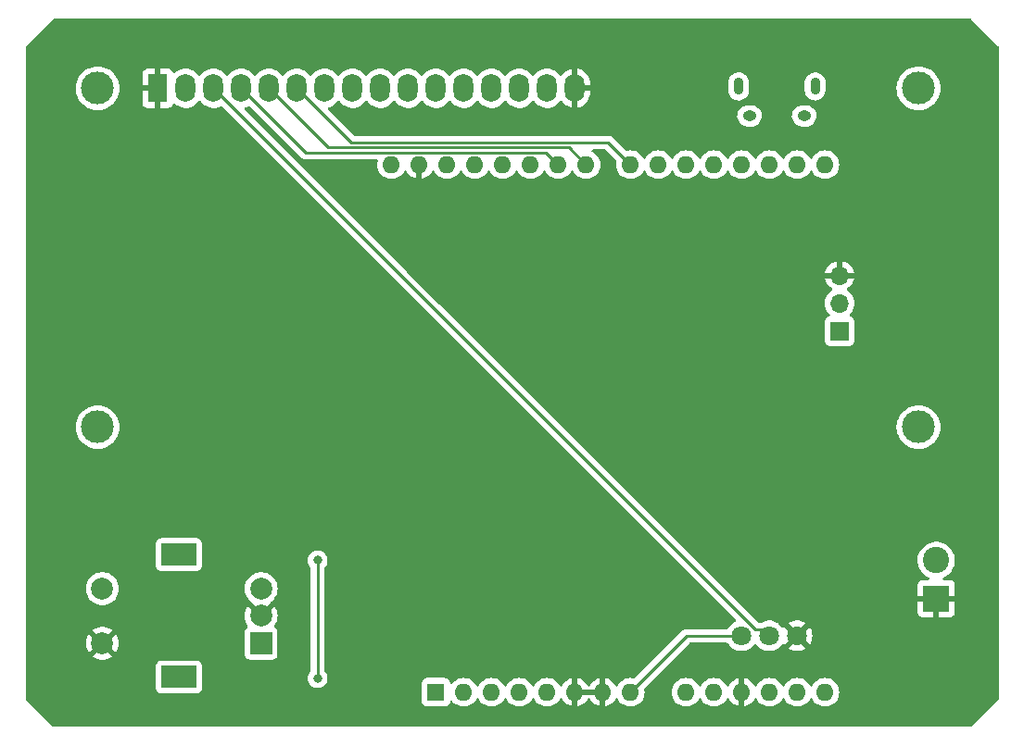
<source format=gbr>
%TF.GenerationSoftware,KiCad,Pcbnew,(7.0.0)*%
%TF.CreationDate,2023-02-28T15:15:22-06:00*%
%TF.ProjectId,Film_Dev_Robot,46696c6d-5f44-4657-965f-526f626f742e,rev?*%
%TF.SameCoordinates,Original*%
%TF.FileFunction,Copper,L2,Bot*%
%TF.FilePolarity,Positive*%
%FSLAX46Y46*%
G04 Gerber Fmt 4.6, Leading zero omitted, Abs format (unit mm)*
G04 Created by KiCad (PCBNEW (7.0.0)) date 2023-02-28 15:15:22*
%MOMM*%
%LPD*%
G01*
G04 APERTURE LIST*
%TA.AperFunction,ComponentPad*%
%ADD10C,3.000000*%
%TD*%
%TA.AperFunction,ComponentPad*%
%ADD11R,1.800000X2.600000*%
%TD*%
%TA.AperFunction,ComponentPad*%
%ADD12O,1.800000X2.600000*%
%TD*%
%TA.AperFunction,ComponentPad*%
%ADD13R,2.400000X2.400000*%
%TD*%
%TA.AperFunction,ComponentPad*%
%ADD14C,2.400000*%
%TD*%
%TA.AperFunction,ComponentPad*%
%ADD15C,1.800000*%
%TD*%
%TA.AperFunction,ComponentPad*%
%ADD16O,0.890000X1.550000*%
%TD*%
%TA.AperFunction,ComponentPad*%
%ADD17O,1.250000X0.950000*%
%TD*%
%TA.AperFunction,ComponentPad*%
%ADD18R,2.000000X2.000000*%
%TD*%
%TA.AperFunction,ComponentPad*%
%ADD19C,2.000000*%
%TD*%
%TA.AperFunction,ComponentPad*%
%ADD20R,3.200000X2.000000*%
%TD*%
%TA.AperFunction,ComponentPad*%
%ADD21R,1.700000X1.700000*%
%TD*%
%TA.AperFunction,ComponentPad*%
%ADD22O,1.700000X1.700000*%
%TD*%
%TA.AperFunction,ComponentPad*%
%ADD23R,1.600000X1.600000*%
%TD*%
%TA.AperFunction,ComponentPad*%
%ADD24O,1.600000X1.600000*%
%TD*%
%TA.AperFunction,ViaPad*%
%ADD25C,0.800000*%
%TD*%
%TA.AperFunction,Conductor*%
%ADD26C,0.250000*%
%TD*%
G04 APERTURE END LIST*
D10*
%TO.P,DS1,*%
%TO.N,*%
X69430900Y-55880000D03*
X69430900Y-86880700D03*
X144429480Y-86880700D03*
X144430000Y-55880000D03*
D11*
%TO.P,DS1,1,VSS*%
%TO.N,REC_C*%
X74929999Y-55879999D03*
D12*
%TO.P,DS1,2,VDD*%
%TO.N,+5V*%
X77469999Y-55879999D03*
%TO.P,DS1,3,VO*%
%TO.N,Net-(DS1-VO)*%
X80009999Y-55879999D03*
%TO.P,DS1,4,RS*%
%TO.N,Reg_Select*%
X82549999Y-55879999D03*
%TO.P,DS1,5,R/W*%
%TO.N,Read{slash}Write*%
X85089999Y-55879999D03*
%TO.P,DS1,6,E*%
%TO.N,LCD_Enable*%
X87629999Y-55879999D03*
%TO.P,DS1,7,D0*%
%TO.N,unconnected-(DS1-D0-Pad7)*%
X90169999Y-55879999D03*
%TO.P,DS1,8,D1*%
%TO.N,unconnected-(DS1-D1-Pad8)*%
X92709999Y-55879999D03*
%TO.P,DS1,9,D2*%
%TO.N,unconnected-(DS1-D2-Pad9)*%
X95249999Y-55879999D03*
%TO.P,DS1,10,D3*%
%TO.N,unconnected-(DS1-D3-Pad10)*%
X97789999Y-55879999D03*
%TO.P,DS1,11,D4*%
%TO.N,Data_1*%
X100329999Y-55879999D03*
%TO.P,DS1,12,D5*%
%TO.N,Data_2*%
X102869999Y-55879999D03*
%TO.P,DS1,13,D6*%
%TO.N,Data_3*%
X105409999Y-55879999D03*
%TO.P,DS1,14,D7*%
%TO.N,Data_4*%
X107949999Y-55879999D03*
%TO.P,DS1,15,LED(+)*%
%TO.N,+5V*%
X110489999Y-55879999D03*
%TO.P,DS1,16,LED(-)*%
%TO.N,REC_C*%
X113029999Y-55879999D03*
%TD*%
D13*
%TO.P,TH1,1*%
%TO.N,REC_C*%
X146049999Y-102559999D03*
D14*
%TO.P,TH1,2*%
%TO.N,THI*%
X146050000Y-99060000D03*
%TD*%
D15*
%TO.P,RV1,1,1*%
%TO.N,REC_C*%
X133335000Y-105970000D03*
%TO.P,RV1,2,2*%
%TO.N,Net-(DS1-VO)*%
X130795000Y-105970000D03*
%TO.P,RV1,3,3*%
%TO.N,+5V*%
X128255000Y-105970000D03*
%TD*%
D16*
%TO.P,J1,6,Shield*%
%TO.N,unconnected-(J1-Shield-Pad6)*%
X134984999Y-55719999D03*
D17*
X133984999Y-58419999D03*
X128984999Y-58419999D03*
D16*
X127984999Y-55719999D03*
%TD*%
D18*
%TO.P,SW1,A,A*%
%TO.N,Net-(R1-Pad2)*%
X84364999Y-106639999D03*
D19*
%TO.P,SW1,B,B*%
%TO.N,Net-(R2-Pad2)*%
X84365000Y-101640000D03*
%TO.P,SW1,C,C*%
%TO.N,REC_C*%
X84365000Y-104140000D03*
D20*
%TO.P,SW1,MP*%
%TO.N,N/C*%
X76864999Y-109739999D03*
X76864999Y-98539999D03*
D19*
%TO.P,SW1,S1,S1*%
%TO.N,REC_1*%
X69865000Y-101640000D03*
%TO.P,SW1,S2,S2*%
%TO.N,REC_C*%
X69865000Y-106640000D03*
%TD*%
D21*
%TO.P,M1,1,PWM*%
%TO.N,Servo*%
X137229999Y-78089999D03*
D22*
%TO.P,M1,2,+*%
%TO.N,+5V*%
X137229999Y-75549999D03*
%TO.P,M1,3,-*%
%TO.N,REC_C*%
X137229999Y-73009999D03*
%TD*%
D23*
%TO.P,A1,1,NC*%
%TO.N,unconnected-(A1-NC-Pad1)*%
X100329999Y-111124999D03*
D24*
%TO.P,A1,2,IOREF*%
%TO.N,unconnected-(A1-IOREF-Pad2)*%
X102869999Y-111124999D03*
%TO.P,A1,3,~{RESET}*%
%TO.N,unconnected-(A1-~{RESET}-Pad3)*%
X105409999Y-111124999D03*
%TO.P,A1,4,3V3*%
%TO.N,unconnected-(A1-3V3-Pad4)*%
X107949999Y-111124999D03*
%TO.P,A1,5,+5V*%
%TO.N,unconnected-(A1-+5V-Pad5)*%
X110489999Y-111124999D03*
%TO.P,A1,6,GND*%
%TO.N,REC_C*%
X113029999Y-111124999D03*
%TO.P,A1,7,GND*%
X115569999Y-111124999D03*
%TO.P,A1,8,VIN*%
%TO.N,+5V*%
X118109999Y-111124999D03*
%TO.P,A1,9,A0*%
%TO.N,REC_A*%
X123189999Y-111124999D03*
%TO.P,A1,10,A1*%
%TO.N,REC_B*%
X125729999Y-111124999D03*
%TO.P,A1,11,A2*%
%TO.N,REC_C*%
X128269999Y-111124999D03*
%TO.P,A1,12,A3*%
%TO.N,REC_1*%
X130809999Y-111124999D03*
%TO.P,A1,13,SDA/A4*%
%TO.N,THI*%
X133349999Y-111124999D03*
%TO.P,A1,14,SCL/A5*%
%TO.N,unconnected-(A1-SCL{slash}A5-Pad14)*%
X135889999Y-111124999D03*
%TO.P,A1,15,D0/RX*%
%TO.N,unconnected-(A1-D0{slash}RX-Pad15)*%
X135889999Y-62864999D03*
%TO.P,A1,16,D1/TX*%
%TO.N,unconnected-(A1-D1{slash}TX-Pad16)*%
X133349999Y-62864999D03*
%TO.P,A1,17,D2*%
%TO.N,unconnected-(A1-D2-Pad17)*%
X130809999Y-62864999D03*
%TO.P,A1,18,D3*%
%TO.N,Servo*%
X128269999Y-62864999D03*
%TO.P,A1,19,D4*%
%TO.N,unconnected-(A1-D4-Pad19)*%
X125729999Y-62864999D03*
%TO.P,A1,20,D5*%
%TO.N,unconnected-(A1-D5-Pad20)*%
X123189999Y-62864999D03*
%TO.P,A1,21,D6*%
%TO.N,unconnected-(A1-D6-Pad21)*%
X120649999Y-62864999D03*
%TO.P,A1,22,D7*%
%TO.N,LCD_Enable*%
X118109999Y-62864999D03*
%TO.P,A1,23,D8*%
%TO.N,Read{slash}Write*%
X114049999Y-62864999D03*
%TO.P,A1,24,D9*%
%TO.N,Reg_Select*%
X111509999Y-62864999D03*
%TO.P,A1,25,D10*%
%TO.N,Data_4*%
X108969999Y-62864999D03*
%TO.P,A1,26,D11*%
%TO.N,Data_3*%
X106429999Y-62864999D03*
%TO.P,A1,27,D12*%
%TO.N,Data_2*%
X103889999Y-62864999D03*
%TO.P,A1,28,D13*%
%TO.N,Data_1*%
X101349999Y-62864999D03*
%TO.P,A1,29,GND*%
%TO.N,REC_C*%
X98809999Y-62864999D03*
%TO.P,A1,30,AREF*%
%TO.N,unconnected-(A1-AREF-Pad30)*%
X96269999Y-62864999D03*
%TD*%
D25*
%TO.N,+5V*%
X89535000Y-109855000D03*
X89535000Y-99060000D03*
%TD*%
D26*
%TO.N,+5V*%
X128255000Y-105970000D02*
X123265000Y-105970000D01*
X123265000Y-105970000D02*
X118110000Y-111125000D01*
X89535000Y-109855000D02*
X89535000Y-99060000D01*
%TO.N,Net-(DS1-VO)*%
X129540000Y-105410000D02*
X130235000Y-105410000D01*
X130235000Y-105410000D02*
X130795000Y-105970000D01*
X80010000Y-55880000D02*
X129540000Y-105410000D01*
%TO.N,Reg_Select*%
X82550000Y-55880000D02*
X88410000Y-61740000D01*
X88410000Y-61740000D02*
X110385000Y-61740000D01*
X110385000Y-61740000D02*
X111510000Y-62865000D01*
%TO.N,Read{slash}Write*%
X85090000Y-55880000D02*
X90500000Y-61290000D01*
X90500000Y-61290000D02*
X112475000Y-61290000D01*
X112475000Y-61290000D02*
X114050000Y-62865000D01*
%TO.N,LCD_Enable*%
X116085000Y-60840000D02*
X118110000Y-62865000D01*
X92590000Y-60840000D02*
X116085000Y-60840000D01*
X87630000Y-55880000D02*
X92590000Y-60840000D01*
%TD*%
%TA.AperFunction,Conductor*%
%TO.N,REC_C*%
G36*
X149220883Y-49539939D02*
G01*
X149261111Y-49566819D01*
X151728181Y-52033888D01*
X151755061Y-52074116D01*
X151764500Y-52121569D01*
X151764500Y-111708431D01*
X151755061Y-111755884D01*
X151728181Y-111796112D01*
X149261111Y-114263181D01*
X149220883Y-114290061D01*
X149173430Y-114299500D01*
X65456569Y-114299500D01*
X65409116Y-114290061D01*
X65368888Y-114263181D01*
X63075286Y-111969578D01*
X99029500Y-111969578D01*
X99029501Y-111972872D01*
X99029853Y-111976150D01*
X99029854Y-111976161D01*
X99035079Y-112024768D01*
X99035080Y-112024773D01*
X99035909Y-112032483D01*
X99038619Y-112039749D01*
X99038620Y-112039753D01*
X99068860Y-112120830D01*
X99086204Y-112167331D01*
X99172454Y-112282546D01*
X99287669Y-112368796D01*
X99422517Y-112419091D01*
X99482127Y-112425500D01*
X101177872Y-112425499D01*
X101237483Y-112419091D01*
X101372331Y-112368796D01*
X101487546Y-112282546D01*
X101573796Y-112167331D01*
X101624091Y-112032483D01*
X101627862Y-111997400D01*
X101648240Y-111941483D01*
X101692329Y-111901499D01*
X101749970Y-111886665D01*
X101807884Y-111900398D01*
X101852725Y-111939535D01*
X101869953Y-111964139D01*
X102030861Y-112125047D01*
X102217266Y-112255568D01*
X102423504Y-112351739D01*
X102428734Y-112353140D01*
X102428736Y-112353141D01*
X102604285Y-112400179D01*
X102643308Y-112410635D01*
X102870000Y-112430468D01*
X103096692Y-112410635D01*
X103316496Y-112351739D01*
X103522734Y-112255568D01*
X103709139Y-112125047D01*
X103870047Y-111964139D01*
X104000568Y-111777734D01*
X104027618Y-111719724D01*
X104073375Y-111667549D01*
X104140000Y-111648130D01*
X104206625Y-111667549D01*
X104252381Y-111719724D01*
X104279432Y-111777734D01*
X104282539Y-111782171D01*
X104282540Y-111782173D01*
X104292300Y-111796112D01*
X104409953Y-111964139D01*
X104570861Y-112125047D01*
X104757266Y-112255568D01*
X104963504Y-112351739D01*
X104968734Y-112353140D01*
X104968736Y-112353141D01*
X105144285Y-112400179D01*
X105183308Y-112410635D01*
X105410000Y-112430468D01*
X105636692Y-112410635D01*
X105856496Y-112351739D01*
X106062734Y-112255568D01*
X106249139Y-112125047D01*
X106410047Y-111964139D01*
X106540568Y-111777734D01*
X106567618Y-111719724D01*
X106613375Y-111667549D01*
X106680000Y-111648130D01*
X106746625Y-111667549D01*
X106792381Y-111719724D01*
X106819432Y-111777734D01*
X106822539Y-111782171D01*
X106822540Y-111782173D01*
X106832300Y-111796112D01*
X106949953Y-111964139D01*
X107110861Y-112125047D01*
X107297266Y-112255568D01*
X107503504Y-112351739D01*
X107508734Y-112353140D01*
X107508736Y-112353141D01*
X107684285Y-112400179D01*
X107723308Y-112410635D01*
X107950000Y-112430468D01*
X108176692Y-112410635D01*
X108396496Y-112351739D01*
X108602734Y-112255568D01*
X108789139Y-112125047D01*
X108950047Y-111964139D01*
X109080568Y-111777734D01*
X109107618Y-111719724D01*
X109153375Y-111667549D01*
X109220000Y-111648130D01*
X109286625Y-111667549D01*
X109332381Y-111719724D01*
X109359432Y-111777734D01*
X109362539Y-111782171D01*
X109362540Y-111782173D01*
X109372300Y-111796112D01*
X109489953Y-111964139D01*
X109650861Y-112125047D01*
X109837266Y-112255568D01*
X110043504Y-112351739D01*
X110048734Y-112353140D01*
X110048736Y-112353141D01*
X110224285Y-112400179D01*
X110263308Y-112410635D01*
X110490000Y-112430468D01*
X110716692Y-112410635D01*
X110936496Y-112351739D01*
X111142734Y-112255568D01*
X111329139Y-112125047D01*
X111490047Y-111964139D01*
X111620568Y-111777734D01*
X111647894Y-111719131D01*
X111693649Y-111666959D01*
X111760274Y-111647539D01*
X111826899Y-111666958D01*
X111872657Y-111719134D01*
X111897579Y-111772579D01*
X111902967Y-111781912D01*
X112027232Y-111959381D01*
X112034169Y-111967647D01*
X112187352Y-112120830D01*
X112195618Y-112127767D01*
X112373087Y-112252032D01*
X112382419Y-112257420D01*
X112578765Y-112348977D01*
X112588907Y-112352669D01*
X112766219Y-112400179D01*
X112777448Y-112400547D01*
X112780000Y-112389605D01*
X113280000Y-112389605D01*
X113282551Y-112400547D01*
X113293780Y-112400179D01*
X113471092Y-112352669D01*
X113481234Y-112348977D01*
X113677580Y-112257420D01*
X113686912Y-112252032D01*
X113864381Y-112127767D01*
X113872647Y-112120830D01*
X114025830Y-111967647D01*
X114032767Y-111959381D01*
X114157032Y-111781912D01*
X114162422Y-111772576D01*
X114187618Y-111718544D01*
X114233375Y-111666368D01*
X114300000Y-111646948D01*
X114366625Y-111666368D01*
X114412382Y-111718544D01*
X114437577Y-111772576D01*
X114442967Y-111781912D01*
X114567232Y-111959381D01*
X114574169Y-111967647D01*
X114727352Y-112120830D01*
X114735618Y-112127767D01*
X114913087Y-112252032D01*
X114922419Y-112257420D01*
X115118765Y-112348977D01*
X115128907Y-112352669D01*
X115306219Y-112400179D01*
X115317448Y-112400547D01*
X115320000Y-112389605D01*
X115320000Y-111391326D01*
X115316549Y-111378450D01*
X115303674Y-111375000D01*
X113296326Y-111375000D01*
X113283450Y-111378450D01*
X113280000Y-111391326D01*
X113280000Y-112389605D01*
X112780000Y-112389605D01*
X112780000Y-110858674D01*
X113280000Y-110858674D01*
X113283450Y-110871549D01*
X113296326Y-110875000D01*
X115303674Y-110875000D01*
X115316549Y-110871549D01*
X115320000Y-110858674D01*
X115320000Y-109860395D01*
X115317448Y-109849452D01*
X115306219Y-109849820D01*
X115128907Y-109897330D01*
X115118765Y-109901022D01*
X114922419Y-109992579D01*
X114913087Y-109997967D01*
X114735618Y-110122232D01*
X114727352Y-110129169D01*
X114574169Y-110282352D01*
X114567232Y-110290618D01*
X114442967Y-110468087D01*
X114437579Y-110477419D01*
X114412382Y-110531456D01*
X114366625Y-110583632D01*
X114300000Y-110603051D01*
X114233375Y-110583632D01*
X114187618Y-110531456D01*
X114162420Y-110477419D01*
X114157032Y-110468087D01*
X114032767Y-110290618D01*
X114025830Y-110282352D01*
X113872647Y-110129169D01*
X113864381Y-110122232D01*
X113686912Y-109997967D01*
X113677580Y-109992579D01*
X113481234Y-109901022D01*
X113471092Y-109897330D01*
X113293780Y-109849820D01*
X113282551Y-109849452D01*
X113280000Y-109860395D01*
X113280000Y-110858674D01*
X112780000Y-110858674D01*
X112780000Y-109860395D01*
X112777448Y-109849452D01*
X112766219Y-109849820D01*
X112588907Y-109897330D01*
X112578765Y-109901022D01*
X112382419Y-109992579D01*
X112373087Y-109997967D01*
X112195618Y-110122232D01*
X112187352Y-110129169D01*
X112034169Y-110282352D01*
X112027232Y-110290618D01*
X111902967Y-110468087D01*
X111897581Y-110477416D01*
X111872657Y-110530866D01*
X111826899Y-110583041D01*
X111760274Y-110602460D01*
X111693649Y-110583040D01*
X111647893Y-110530864D01*
X111622860Y-110477180D01*
X111622856Y-110477173D01*
X111620568Y-110472266D01*
X111490047Y-110285861D01*
X111329139Y-110124953D01*
X111142734Y-109994432D01*
X110936496Y-109898261D01*
X110931271Y-109896861D01*
X110931263Y-109896858D01*
X110721916Y-109840764D01*
X110721907Y-109840762D01*
X110716692Y-109839365D01*
X110711304Y-109838893D01*
X110711301Y-109838893D01*
X110495395Y-109820004D01*
X110490000Y-109819532D01*
X110484605Y-109820004D01*
X110268698Y-109838893D01*
X110268693Y-109838893D01*
X110263308Y-109839365D01*
X110258094Y-109840762D01*
X110258083Y-109840764D01*
X110048736Y-109896858D01*
X110048724Y-109896862D01*
X110043504Y-109898261D01*
X110038599Y-109900547D01*
X110038594Y-109900550D01*
X109842176Y-109992142D01*
X109842172Y-109992144D01*
X109837266Y-109994432D01*
X109832833Y-109997535D01*
X109832826Y-109997540D01*
X109655296Y-110121847D01*
X109655291Y-110121850D01*
X109650861Y-110124953D01*
X109647037Y-110128776D01*
X109647031Y-110128782D01*
X109493782Y-110282031D01*
X109493776Y-110282037D01*
X109489953Y-110285861D01*
X109486850Y-110290291D01*
X109486847Y-110290296D01*
X109362540Y-110467826D01*
X109362535Y-110467833D01*
X109359432Y-110472266D01*
X109357148Y-110477163D01*
X109357141Y-110477176D01*
X109332382Y-110530274D01*
X109286625Y-110582450D01*
X109220000Y-110601869D01*
X109153375Y-110582450D01*
X109107618Y-110530274D01*
X109082858Y-110477176D01*
X109082855Y-110477172D01*
X109080568Y-110472266D01*
X108950047Y-110285861D01*
X108789139Y-110124953D01*
X108602734Y-109994432D01*
X108396496Y-109898261D01*
X108391271Y-109896861D01*
X108391263Y-109896858D01*
X108181916Y-109840764D01*
X108181907Y-109840762D01*
X108176692Y-109839365D01*
X108171304Y-109838893D01*
X108171301Y-109838893D01*
X107955395Y-109820004D01*
X107950000Y-109819532D01*
X107944605Y-109820004D01*
X107728698Y-109838893D01*
X107728693Y-109838893D01*
X107723308Y-109839365D01*
X107718094Y-109840762D01*
X107718083Y-109840764D01*
X107508736Y-109896858D01*
X107508724Y-109896862D01*
X107503504Y-109898261D01*
X107498599Y-109900547D01*
X107498594Y-109900550D01*
X107302176Y-109992142D01*
X107302172Y-109992144D01*
X107297266Y-109994432D01*
X107292833Y-109997535D01*
X107292826Y-109997540D01*
X107115296Y-110121847D01*
X107115291Y-110121850D01*
X107110861Y-110124953D01*
X107107037Y-110128776D01*
X107107031Y-110128782D01*
X106953782Y-110282031D01*
X106953776Y-110282037D01*
X106949953Y-110285861D01*
X106946850Y-110290291D01*
X106946847Y-110290296D01*
X106822540Y-110467826D01*
X106822535Y-110467833D01*
X106819432Y-110472266D01*
X106817148Y-110477163D01*
X106817141Y-110477176D01*
X106792382Y-110530274D01*
X106746625Y-110582450D01*
X106680000Y-110601869D01*
X106613375Y-110582450D01*
X106567618Y-110530274D01*
X106542858Y-110477176D01*
X106542855Y-110477172D01*
X106540568Y-110472266D01*
X106410047Y-110285861D01*
X106249139Y-110124953D01*
X106062734Y-109994432D01*
X105856496Y-109898261D01*
X105851271Y-109896861D01*
X105851263Y-109896858D01*
X105641916Y-109840764D01*
X105641907Y-109840762D01*
X105636692Y-109839365D01*
X105631304Y-109838893D01*
X105631301Y-109838893D01*
X105415395Y-109820004D01*
X105410000Y-109819532D01*
X105404605Y-109820004D01*
X105188698Y-109838893D01*
X105188693Y-109838893D01*
X105183308Y-109839365D01*
X105178094Y-109840762D01*
X105178083Y-109840764D01*
X104968736Y-109896858D01*
X104968724Y-109896862D01*
X104963504Y-109898261D01*
X104958599Y-109900547D01*
X104958594Y-109900550D01*
X104762176Y-109992142D01*
X104762172Y-109992144D01*
X104757266Y-109994432D01*
X104752833Y-109997535D01*
X104752826Y-109997540D01*
X104575296Y-110121847D01*
X104575291Y-110121850D01*
X104570861Y-110124953D01*
X104567037Y-110128776D01*
X104567031Y-110128782D01*
X104413782Y-110282031D01*
X104413776Y-110282037D01*
X104409953Y-110285861D01*
X104406850Y-110290291D01*
X104406847Y-110290296D01*
X104282540Y-110467826D01*
X104282535Y-110467833D01*
X104279432Y-110472266D01*
X104277148Y-110477163D01*
X104277141Y-110477176D01*
X104252382Y-110530274D01*
X104206625Y-110582450D01*
X104140000Y-110601869D01*
X104073375Y-110582450D01*
X104027618Y-110530274D01*
X104002858Y-110477176D01*
X104002855Y-110477172D01*
X104000568Y-110472266D01*
X103870047Y-110285861D01*
X103709139Y-110124953D01*
X103522734Y-109994432D01*
X103316496Y-109898261D01*
X103311271Y-109896861D01*
X103311263Y-109896858D01*
X103101916Y-109840764D01*
X103101907Y-109840762D01*
X103096692Y-109839365D01*
X103091304Y-109838893D01*
X103091301Y-109838893D01*
X102875395Y-109820004D01*
X102870000Y-109819532D01*
X102864605Y-109820004D01*
X102648698Y-109838893D01*
X102648693Y-109838893D01*
X102643308Y-109839365D01*
X102638094Y-109840762D01*
X102638083Y-109840764D01*
X102428736Y-109896858D01*
X102428724Y-109896862D01*
X102423504Y-109898261D01*
X102418599Y-109900547D01*
X102418594Y-109900550D01*
X102222176Y-109992142D01*
X102222172Y-109992144D01*
X102217266Y-109994432D01*
X102212833Y-109997535D01*
X102212826Y-109997540D01*
X102035296Y-110121847D01*
X102035291Y-110121850D01*
X102030861Y-110124953D01*
X102027037Y-110128776D01*
X102027031Y-110128782D01*
X101873782Y-110282031D01*
X101873776Y-110282037D01*
X101869953Y-110285861D01*
X101866849Y-110290293D01*
X101866849Y-110290294D01*
X101852725Y-110310465D01*
X101807882Y-110349602D01*
X101749968Y-110363334D01*
X101692327Y-110348499D01*
X101648239Y-110308514D01*
X101627861Y-110252591D01*
X101625315Y-110228910D01*
X101624091Y-110217517D01*
X101573796Y-110082669D01*
X101487546Y-109967454D01*
X101398804Y-109901022D01*
X101379431Y-109886519D01*
X101379430Y-109886518D01*
X101372331Y-109881204D01*
X101288186Y-109849820D01*
X101244752Y-109833620D01*
X101244750Y-109833619D01*
X101237483Y-109830909D01*
X101229770Y-109830079D01*
X101229767Y-109830079D01*
X101181180Y-109824855D01*
X101181169Y-109824854D01*
X101177873Y-109824500D01*
X101174550Y-109824500D01*
X99485439Y-109824500D01*
X99485420Y-109824500D01*
X99482128Y-109824501D01*
X99478850Y-109824853D01*
X99478838Y-109824854D01*
X99430231Y-109830079D01*
X99430225Y-109830080D01*
X99422517Y-109830909D01*
X99415252Y-109833618D01*
X99415246Y-109833620D01*
X99295980Y-109878104D01*
X99295978Y-109878104D01*
X99287669Y-109881204D01*
X99280572Y-109886516D01*
X99280568Y-109886519D01*
X99179550Y-109962141D01*
X99179546Y-109962144D01*
X99172454Y-109967454D01*
X99167144Y-109974546D01*
X99167141Y-109974550D01*
X99091519Y-110075568D01*
X99091516Y-110075572D01*
X99086204Y-110082669D01*
X99083104Y-110090978D01*
X99083104Y-110090980D01*
X99038620Y-110210247D01*
X99038619Y-110210250D01*
X99035909Y-110217517D01*
X99035079Y-110225227D01*
X99035079Y-110225232D01*
X99029855Y-110273819D01*
X99029854Y-110273831D01*
X99029500Y-110277127D01*
X99029500Y-110280448D01*
X99029500Y-110280449D01*
X99029500Y-111969560D01*
X99029500Y-111969578D01*
X63075286Y-111969578D01*
X62901819Y-111796111D01*
X62874939Y-111755883D01*
X62865500Y-111708430D01*
X62865500Y-110784578D01*
X74764500Y-110784578D01*
X74764501Y-110787872D01*
X74764853Y-110791150D01*
X74764854Y-110791161D01*
X74770079Y-110839768D01*
X74770080Y-110839773D01*
X74770909Y-110847483D01*
X74773619Y-110854749D01*
X74773620Y-110854753D01*
X74789865Y-110898308D01*
X74821204Y-110982331D01*
X74907454Y-111097546D01*
X75022669Y-111183796D01*
X75157517Y-111234091D01*
X75217127Y-111240500D01*
X78512872Y-111240499D01*
X78572483Y-111234091D01*
X78707331Y-111183796D01*
X78822546Y-111097546D01*
X78908796Y-110982331D01*
X78959091Y-110847483D01*
X78965500Y-110787873D01*
X78965500Y-109855000D01*
X88629540Y-109855000D01*
X88630219Y-109861460D01*
X88648646Y-110036795D01*
X88648647Y-110036803D01*
X88649326Y-110043256D01*
X88651331Y-110049428D01*
X88651333Y-110049435D01*
X88703585Y-110210247D01*
X88707821Y-110223284D01*
X88711068Y-110228908D01*
X88711069Y-110228910D01*
X88780750Y-110349602D01*
X88802467Y-110387216D01*
X88806811Y-110392041D01*
X88806813Y-110392043D01*
X88883686Y-110477419D01*
X88929129Y-110527888D01*
X89082270Y-110639151D01*
X89255197Y-110716144D01*
X89440354Y-110755500D01*
X89623143Y-110755500D01*
X89629646Y-110755500D01*
X89814803Y-110716144D01*
X89987730Y-110639151D01*
X90140871Y-110527888D01*
X90267533Y-110387216D01*
X90362179Y-110223284D01*
X90420674Y-110043256D01*
X90440460Y-109855000D01*
X90420674Y-109666744D01*
X90362179Y-109486716D01*
X90267533Y-109322784D01*
X90192349Y-109239284D01*
X90168736Y-109200751D01*
X90160500Y-109156313D01*
X90160500Y-99758687D01*
X90168736Y-99714249D01*
X90192350Y-99675715D01*
X90224717Y-99639768D01*
X90267533Y-99592216D01*
X90362179Y-99428284D01*
X90420674Y-99248256D01*
X90440460Y-99060000D01*
X90420674Y-98871744D01*
X90362179Y-98691716D01*
X90267533Y-98527784D01*
X90140871Y-98387112D01*
X90135613Y-98383292D01*
X90135611Y-98383290D01*
X89992988Y-98279669D01*
X89992987Y-98279668D01*
X89987730Y-98275849D01*
X89981792Y-98273205D01*
X89820745Y-98201501D01*
X89820740Y-98201499D01*
X89814803Y-98198856D01*
X89808444Y-98197504D01*
X89808440Y-98197503D01*
X89636008Y-98160852D01*
X89636005Y-98160851D01*
X89629646Y-98159500D01*
X89440354Y-98159500D01*
X89433995Y-98160851D01*
X89433991Y-98160852D01*
X89261559Y-98197503D01*
X89261552Y-98197505D01*
X89255197Y-98198856D01*
X89249262Y-98201498D01*
X89249254Y-98201501D01*
X89088207Y-98273205D01*
X89088202Y-98273207D01*
X89082270Y-98275849D01*
X89077016Y-98279665D01*
X89077011Y-98279669D01*
X88934388Y-98383290D01*
X88934381Y-98383295D01*
X88929129Y-98387112D01*
X88924784Y-98391937D01*
X88924779Y-98391942D01*
X88806813Y-98522956D01*
X88806808Y-98522962D01*
X88802467Y-98527784D01*
X88799222Y-98533404D01*
X88799218Y-98533410D01*
X88711069Y-98686089D01*
X88711066Y-98686094D01*
X88707821Y-98691716D01*
X88705815Y-98697888D01*
X88705813Y-98697894D01*
X88651333Y-98865564D01*
X88651331Y-98865573D01*
X88649326Y-98871744D01*
X88648648Y-98878194D01*
X88648646Y-98878204D01*
X88630962Y-99046464D01*
X88629540Y-99060000D01*
X88630219Y-99066460D01*
X88648646Y-99241795D01*
X88648647Y-99241803D01*
X88649326Y-99248256D01*
X88651331Y-99254428D01*
X88651333Y-99254435D01*
X88705813Y-99422105D01*
X88707821Y-99428284D01*
X88711068Y-99433908D01*
X88711069Y-99433910D01*
X88785389Y-99562637D01*
X88802467Y-99592216D01*
X88806811Y-99597041D01*
X88806813Y-99597043D01*
X88877650Y-99675715D01*
X88901264Y-99714249D01*
X88909500Y-99758687D01*
X88909500Y-109156313D01*
X88901264Y-109200751D01*
X88877650Y-109239285D01*
X88806813Y-109317956D01*
X88806808Y-109317962D01*
X88802467Y-109322784D01*
X88799222Y-109328404D01*
X88799218Y-109328410D01*
X88711069Y-109481089D01*
X88711066Y-109481094D01*
X88707821Y-109486716D01*
X88705815Y-109492888D01*
X88705813Y-109492894D01*
X88651333Y-109660564D01*
X88651331Y-109660573D01*
X88649326Y-109666744D01*
X88648648Y-109673194D01*
X88648646Y-109673204D01*
X88632745Y-109824501D01*
X88629540Y-109855000D01*
X78965500Y-109855000D01*
X78965499Y-108692128D01*
X78959091Y-108632517D01*
X78908796Y-108497669D01*
X78822546Y-108382454D01*
X78707331Y-108296204D01*
X78572483Y-108245909D01*
X78564770Y-108245079D01*
X78564767Y-108245079D01*
X78516180Y-108239855D01*
X78516169Y-108239854D01*
X78512873Y-108239500D01*
X78509550Y-108239500D01*
X75220439Y-108239500D01*
X75220420Y-108239500D01*
X75217128Y-108239501D01*
X75213850Y-108239853D01*
X75213838Y-108239854D01*
X75165231Y-108245079D01*
X75165225Y-108245080D01*
X75157517Y-108245909D01*
X75150252Y-108248618D01*
X75150246Y-108248620D01*
X75030980Y-108293104D01*
X75030978Y-108293104D01*
X75022669Y-108296204D01*
X75015572Y-108301516D01*
X75015568Y-108301519D01*
X74914550Y-108377141D01*
X74914546Y-108377144D01*
X74907454Y-108382454D01*
X74902144Y-108389546D01*
X74902141Y-108389550D01*
X74826519Y-108490568D01*
X74826516Y-108490572D01*
X74821204Y-108497669D01*
X74818104Y-108505978D01*
X74818104Y-108505980D01*
X74773620Y-108625247D01*
X74773619Y-108625250D01*
X74770909Y-108632517D01*
X74770079Y-108640227D01*
X74770079Y-108640232D01*
X74764855Y-108688819D01*
X74764854Y-108688831D01*
X74764500Y-108692127D01*
X74764500Y-108695448D01*
X74764500Y-108695449D01*
X74764500Y-110784560D01*
X74764500Y-110784578D01*
X62865500Y-110784578D01*
X62865500Y-107863248D01*
X69000749Y-107863248D01*
X69008855Y-107874439D01*
X69037717Y-107896903D01*
X69046279Y-107902496D01*
X69255885Y-108015929D01*
X69265239Y-108020032D01*
X69490656Y-108097417D01*
X69500568Y-108099928D01*
X69735643Y-108139155D01*
X69745839Y-108140000D01*
X69984161Y-108140000D01*
X69994356Y-108139155D01*
X70229431Y-108099928D01*
X70239343Y-108097417D01*
X70464760Y-108020032D01*
X70474114Y-108015929D01*
X70683723Y-107902495D01*
X70692281Y-107896903D01*
X70721146Y-107874437D01*
X70729250Y-107863250D01*
X70722589Y-107851142D01*
X69876542Y-107005095D01*
X69865000Y-106998431D01*
X69853457Y-107005095D01*
X69007408Y-107851143D01*
X69000749Y-107863248D01*
X62865500Y-107863248D01*
X62865500Y-106645117D01*
X68360283Y-106645117D01*
X68379962Y-106882618D01*
X68381646Y-106892712D01*
X68440153Y-107123747D01*
X68443472Y-107133414D01*
X68539208Y-107351673D01*
X68544070Y-107360656D01*
X68633999Y-107498304D01*
X68641963Y-107506024D01*
X68651345Y-107500100D01*
X69499904Y-106651542D01*
X69506568Y-106640000D01*
X70223431Y-106640000D01*
X70230095Y-106651542D01*
X71078653Y-107500100D01*
X71088034Y-107506024D01*
X71096002Y-107498299D01*
X71185924Y-107360664D01*
X71190792Y-107351669D01*
X71286527Y-107133414D01*
X71289846Y-107123747D01*
X71348353Y-106892712D01*
X71350037Y-106882618D01*
X71369717Y-106645117D01*
X71369717Y-106634883D01*
X71350037Y-106397381D01*
X71348353Y-106387287D01*
X71289846Y-106156252D01*
X71286527Y-106146585D01*
X71190792Y-105928330D01*
X71185924Y-105919335D01*
X71096002Y-105781699D01*
X71088034Y-105773974D01*
X71078653Y-105779898D01*
X70230095Y-106628457D01*
X70223431Y-106640000D01*
X69506568Y-106640000D01*
X69499904Y-106628457D01*
X68651345Y-105779898D01*
X68641964Y-105773974D01*
X68633997Y-105781699D01*
X68544072Y-105919338D01*
X68539207Y-105928328D01*
X68443472Y-106146585D01*
X68440153Y-106156252D01*
X68381646Y-106387287D01*
X68379962Y-106397381D01*
X68360283Y-106634883D01*
X68360283Y-106645117D01*
X62865500Y-106645117D01*
X62865500Y-105416749D01*
X69000748Y-105416749D01*
X69007408Y-105428855D01*
X69853457Y-106274904D01*
X69865000Y-106281568D01*
X69876542Y-106274904D01*
X70722590Y-105428855D01*
X70729250Y-105416749D01*
X70721143Y-105405559D01*
X70692286Y-105383099D01*
X70683719Y-105377503D01*
X70474114Y-105264070D01*
X70464760Y-105259967D01*
X70239343Y-105182582D01*
X70229431Y-105180071D01*
X69994356Y-105140844D01*
X69984161Y-105140000D01*
X69745839Y-105140000D01*
X69735643Y-105140844D01*
X69500568Y-105180071D01*
X69490656Y-105182582D01*
X69265239Y-105259967D01*
X69255885Y-105264070D01*
X69046276Y-105377504D01*
X69037717Y-105383096D01*
X69008854Y-105405560D01*
X69000748Y-105416749D01*
X62865500Y-105416749D01*
X62865500Y-104145117D01*
X82860283Y-104145117D01*
X82879962Y-104382618D01*
X82881646Y-104392712D01*
X82940153Y-104623747D01*
X82943472Y-104633414D01*
X83039207Y-104851671D01*
X83044073Y-104860661D01*
X83153613Y-105028326D01*
X83173752Y-105092566D01*
X83157355Y-105157862D01*
X83120779Y-105193680D01*
X83122669Y-105196204D01*
X83014550Y-105277141D01*
X83014546Y-105277144D01*
X83007454Y-105282454D01*
X83002144Y-105289546D01*
X83002141Y-105289550D01*
X82926519Y-105390568D01*
X82926516Y-105390572D01*
X82921204Y-105397669D01*
X82918104Y-105405978D01*
X82918104Y-105405980D01*
X82873620Y-105525247D01*
X82873619Y-105525250D01*
X82870909Y-105532517D01*
X82870079Y-105540227D01*
X82870079Y-105540232D01*
X82864855Y-105588819D01*
X82864854Y-105588831D01*
X82864500Y-105592127D01*
X82864500Y-105595448D01*
X82864500Y-105595449D01*
X82864500Y-107684560D01*
X82864500Y-107684578D01*
X82864501Y-107687872D01*
X82864853Y-107691150D01*
X82864854Y-107691161D01*
X82870079Y-107739768D01*
X82870080Y-107739773D01*
X82870909Y-107747483D01*
X82873619Y-107754749D01*
X82873620Y-107754753D01*
X82907217Y-107844831D01*
X82921204Y-107882331D01*
X82926518Y-107889430D01*
X82926519Y-107889431D01*
X82936299Y-107902496D01*
X83007454Y-107997546D01*
X83122669Y-108083796D01*
X83257517Y-108134091D01*
X83317127Y-108140500D01*
X85412872Y-108140499D01*
X85472483Y-108134091D01*
X85607331Y-108083796D01*
X85722546Y-107997546D01*
X85808796Y-107882331D01*
X85859091Y-107747483D01*
X85865500Y-107687873D01*
X85865499Y-105592128D01*
X85859091Y-105532517D01*
X85808796Y-105397669D01*
X85722546Y-105282454D01*
X85607331Y-105196204D01*
X85607331Y-105196203D01*
X85609223Y-105193675D01*
X85572656Y-105157882D01*
X85556246Y-105092578D01*
X85576386Y-105028325D01*
X85685930Y-104860655D01*
X85690792Y-104851671D01*
X85786527Y-104633414D01*
X85789846Y-104623747D01*
X85848353Y-104392712D01*
X85850037Y-104382618D01*
X85869717Y-104145117D01*
X85869717Y-104134883D01*
X85850037Y-103897381D01*
X85848353Y-103887287D01*
X85789846Y-103656252D01*
X85786527Y-103646585D01*
X85690792Y-103428330D01*
X85685924Y-103419335D01*
X85596002Y-103281699D01*
X85588034Y-103273974D01*
X85578653Y-103279898D01*
X84452680Y-104405871D01*
X84397093Y-104437965D01*
X84332905Y-104437965D01*
X84277318Y-104405871D01*
X83151345Y-103279898D01*
X83141964Y-103273974D01*
X83133997Y-103281699D01*
X83044072Y-103419338D01*
X83039207Y-103428328D01*
X82943472Y-103646585D01*
X82940153Y-103656252D01*
X82881646Y-103887287D01*
X82879962Y-103897381D01*
X82860283Y-104134883D01*
X82860283Y-104145117D01*
X62865500Y-104145117D01*
X62865500Y-101640000D01*
X68359357Y-101640000D01*
X68359781Y-101645117D01*
X68379467Y-101882701D01*
X68379468Y-101882709D01*
X68379892Y-101887821D01*
X68381149Y-101892788D01*
X68381151Y-101892795D01*
X68439678Y-102123910D01*
X68440937Y-102128881D01*
X68442997Y-102133577D01*
X68538766Y-102351910D01*
X68538769Y-102351916D01*
X68540827Y-102356607D01*
X68543627Y-102360893D01*
X68543631Y-102360900D01*
X68671675Y-102556885D01*
X68676836Y-102564785D01*
X68680310Y-102568559D01*
X68680311Y-102568560D01*
X68841784Y-102743967D01*
X68841787Y-102743970D01*
X68845256Y-102747738D01*
X69041491Y-102900474D01*
X69260190Y-103018828D01*
X69495386Y-103099571D01*
X69740665Y-103140500D01*
X69984201Y-103140500D01*
X69989335Y-103140500D01*
X70234614Y-103099571D01*
X70469810Y-103018828D01*
X70688509Y-102900474D01*
X70884744Y-102747738D01*
X71053164Y-102564785D01*
X71189173Y-102356607D01*
X71289063Y-102128881D01*
X71350108Y-101887821D01*
X71370643Y-101640000D01*
X82859357Y-101640000D01*
X82859781Y-101645117D01*
X82879467Y-101882701D01*
X82879468Y-101882709D01*
X82879892Y-101887821D01*
X82881149Y-101892788D01*
X82881151Y-101892795D01*
X82939678Y-102123910D01*
X82940937Y-102128881D01*
X82942997Y-102133577D01*
X83038766Y-102351910D01*
X83038769Y-102351916D01*
X83040827Y-102356607D01*
X83043627Y-102360893D01*
X83043631Y-102360900D01*
X83171675Y-102556885D01*
X83176836Y-102564785D01*
X83180310Y-102568559D01*
X83180311Y-102568560D01*
X83341784Y-102743967D01*
X83345256Y-102747738D01*
X83349302Y-102750887D01*
X83349303Y-102750888D01*
X83451070Y-102830097D01*
X83487942Y-102876966D01*
X83492462Y-102901685D01*
X83507409Y-102928856D01*
X84353457Y-103774904D01*
X84365000Y-103781568D01*
X84376542Y-103774904D01*
X85222589Y-102928857D01*
X85237535Y-102901687D01*
X85242054Y-102876971D01*
X85278925Y-102830099D01*
X85384744Y-102747738D01*
X85553164Y-102564785D01*
X85689173Y-102356607D01*
X85789063Y-102128881D01*
X85850108Y-101887821D01*
X85870643Y-101640000D01*
X85850108Y-101392179D01*
X85789063Y-101151119D01*
X85689173Y-100923393D01*
X85682740Y-100913547D01*
X85555971Y-100719512D01*
X85553164Y-100715215D01*
X85490726Y-100647389D01*
X85388215Y-100536032D01*
X85388211Y-100536029D01*
X85384744Y-100532262D01*
X85257328Y-100433090D01*
X85192559Y-100382678D01*
X85192557Y-100382676D01*
X85188509Y-100379526D01*
X85183997Y-100377084D01*
X84974316Y-100263610D01*
X84974310Y-100263607D01*
X84969810Y-100261172D01*
X84964969Y-100259510D01*
X84964962Y-100259507D01*
X84739465Y-100182094D01*
X84739461Y-100182093D01*
X84734614Y-100180429D01*
X84725768Y-100178952D01*
X84494398Y-100140344D01*
X84494387Y-100140343D01*
X84489335Y-100139500D01*
X84240665Y-100139500D01*
X84235613Y-100140343D01*
X84235601Y-100140344D01*
X84000443Y-100179585D01*
X84000441Y-100179585D01*
X83995386Y-100180429D01*
X83990541Y-100182092D01*
X83990534Y-100182094D01*
X83765037Y-100259507D01*
X83765026Y-100259511D01*
X83760190Y-100261172D01*
X83755693Y-100263605D01*
X83755683Y-100263610D01*
X83546002Y-100377084D01*
X83545995Y-100377088D01*
X83541491Y-100379526D01*
X83537448Y-100382672D01*
X83537440Y-100382678D01*
X83349304Y-100529111D01*
X83345256Y-100532262D01*
X83341793Y-100536023D01*
X83341784Y-100536032D01*
X83180311Y-100711439D01*
X83180305Y-100711446D01*
X83176836Y-100715215D01*
X83174031Y-100719506D01*
X83174028Y-100719512D01*
X83043631Y-100919099D01*
X83043624Y-100919111D01*
X83040827Y-100923393D01*
X83038772Y-100928077D01*
X83038766Y-100928089D01*
X82942997Y-101146422D01*
X82940937Y-101151119D01*
X82939679Y-101156084D01*
X82939678Y-101156089D01*
X82881151Y-101387204D01*
X82881149Y-101387213D01*
X82879892Y-101392179D01*
X82879468Y-101397288D01*
X82879467Y-101397298D01*
X82859781Y-101634883D01*
X82859357Y-101640000D01*
X71370643Y-101640000D01*
X71350108Y-101392179D01*
X71289063Y-101151119D01*
X71189173Y-100923393D01*
X71182740Y-100913547D01*
X71055971Y-100719512D01*
X71053164Y-100715215D01*
X70990726Y-100647389D01*
X70888215Y-100536032D01*
X70888211Y-100536029D01*
X70884744Y-100532262D01*
X70757328Y-100433090D01*
X70692559Y-100382678D01*
X70692557Y-100382676D01*
X70688509Y-100379526D01*
X70683997Y-100377084D01*
X70474316Y-100263610D01*
X70474310Y-100263607D01*
X70469810Y-100261172D01*
X70464969Y-100259510D01*
X70464962Y-100259507D01*
X70239465Y-100182094D01*
X70239461Y-100182093D01*
X70234614Y-100180429D01*
X70225768Y-100178952D01*
X69994398Y-100140344D01*
X69994387Y-100140343D01*
X69989335Y-100139500D01*
X69740665Y-100139500D01*
X69735613Y-100140343D01*
X69735601Y-100140344D01*
X69500443Y-100179585D01*
X69500441Y-100179585D01*
X69495386Y-100180429D01*
X69490541Y-100182092D01*
X69490534Y-100182094D01*
X69265037Y-100259507D01*
X69265026Y-100259511D01*
X69260190Y-100261172D01*
X69255693Y-100263605D01*
X69255683Y-100263610D01*
X69046002Y-100377084D01*
X69045995Y-100377088D01*
X69041491Y-100379526D01*
X69037448Y-100382672D01*
X69037440Y-100382678D01*
X68849304Y-100529111D01*
X68845256Y-100532262D01*
X68841793Y-100536023D01*
X68841784Y-100536032D01*
X68680311Y-100711439D01*
X68680305Y-100711446D01*
X68676836Y-100715215D01*
X68674031Y-100719506D01*
X68674028Y-100719512D01*
X68543631Y-100919099D01*
X68543624Y-100919111D01*
X68540827Y-100923393D01*
X68538772Y-100928077D01*
X68538766Y-100928089D01*
X68442997Y-101146422D01*
X68440937Y-101151119D01*
X68439679Y-101156084D01*
X68439678Y-101156089D01*
X68381151Y-101387204D01*
X68381149Y-101387213D01*
X68379892Y-101392179D01*
X68379468Y-101397288D01*
X68379467Y-101397298D01*
X68359781Y-101634883D01*
X68359357Y-101640000D01*
X62865500Y-101640000D01*
X62865500Y-99584578D01*
X74764500Y-99584578D01*
X74764501Y-99587872D01*
X74764853Y-99591150D01*
X74764854Y-99591161D01*
X74770079Y-99639768D01*
X74770080Y-99639773D01*
X74770909Y-99647483D01*
X74773619Y-99654749D01*
X74773620Y-99654753D01*
X74794632Y-99711088D01*
X74821204Y-99782331D01*
X74826518Y-99789430D01*
X74826519Y-99789431D01*
X74837356Y-99803908D01*
X74907454Y-99897546D01*
X75022669Y-99983796D01*
X75157517Y-100034091D01*
X75217127Y-100040500D01*
X78512872Y-100040499D01*
X78572483Y-100034091D01*
X78707331Y-99983796D01*
X78822546Y-99897546D01*
X78908796Y-99782331D01*
X78959091Y-99647483D01*
X78965500Y-99587873D01*
X78965499Y-97492128D01*
X78959091Y-97432517D01*
X78908796Y-97297669D01*
X78822546Y-97182454D01*
X78707331Y-97096204D01*
X78572483Y-97045909D01*
X78564770Y-97045079D01*
X78564767Y-97045079D01*
X78516180Y-97039855D01*
X78516169Y-97039854D01*
X78512873Y-97039500D01*
X78509550Y-97039500D01*
X75220439Y-97039500D01*
X75220420Y-97039500D01*
X75217128Y-97039501D01*
X75213850Y-97039853D01*
X75213838Y-97039854D01*
X75165231Y-97045079D01*
X75165225Y-97045080D01*
X75157517Y-97045909D01*
X75150252Y-97048618D01*
X75150246Y-97048620D01*
X75030980Y-97093104D01*
X75030978Y-97093104D01*
X75022669Y-97096204D01*
X75015572Y-97101516D01*
X75015568Y-97101519D01*
X74914550Y-97177141D01*
X74914546Y-97177144D01*
X74907454Y-97182454D01*
X74902144Y-97189546D01*
X74902141Y-97189550D01*
X74826519Y-97290568D01*
X74826516Y-97290572D01*
X74821204Y-97297669D01*
X74818104Y-97305978D01*
X74818104Y-97305980D01*
X74773620Y-97425247D01*
X74773619Y-97425250D01*
X74770909Y-97432517D01*
X74770079Y-97440227D01*
X74770079Y-97440232D01*
X74764855Y-97488819D01*
X74764854Y-97488831D01*
X74764500Y-97492127D01*
X74764500Y-97495448D01*
X74764500Y-97495449D01*
X74764500Y-99584560D01*
X74764500Y-99584578D01*
X62865500Y-99584578D01*
X62865500Y-86880700D01*
X67425290Y-86880700D01*
X67425606Y-86885118D01*
X67445387Y-87161705D01*
X67445388Y-87161714D01*
X67445704Y-87166128D01*
X67446644Y-87170453D01*
X67446646Y-87170461D01*
X67500011Y-87415775D01*
X67506531Y-87445746D01*
X67606533Y-87713861D01*
X67608653Y-87717743D01*
X67608656Y-87717750D01*
X67741547Y-87961120D01*
X67743674Y-87965015D01*
X67915161Y-88194095D01*
X68117505Y-88396439D01*
X68346585Y-88567926D01*
X68597739Y-88705067D01*
X68865854Y-88805069D01*
X69145472Y-88865896D01*
X69430900Y-88886310D01*
X69716328Y-88865896D01*
X69995946Y-88805069D01*
X70264061Y-88705067D01*
X70515215Y-88567926D01*
X70744295Y-88396439D01*
X70946639Y-88194095D01*
X71118126Y-87965015D01*
X71255267Y-87713861D01*
X71355269Y-87445746D01*
X71416096Y-87166128D01*
X71436510Y-86880700D01*
X71416096Y-86595272D01*
X71355269Y-86315654D01*
X71255267Y-86047539D01*
X71118126Y-85796385D01*
X70946639Y-85567305D01*
X70744295Y-85364961D01*
X70515215Y-85193474D01*
X70511320Y-85191347D01*
X70267950Y-85058456D01*
X70267943Y-85058453D01*
X70264061Y-85056333D01*
X70259917Y-85054787D01*
X70259912Y-85054785D01*
X70000089Y-84957876D01*
X70000085Y-84957875D01*
X69995946Y-84956331D01*
X69965975Y-84949811D01*
X69720661Y-84896446D01*
X69720653Y-84896444D01*
X69716328Y-84895504D01*
X69711914Y-84895188D01*
X69711905Y-84895187D01*
X69435318Y-84875406D01*
X69430900Y-84875090D01*
X69426482Y-84875406D01*
X69149894Y-84895187D01*
X69149883Y-84895188D01*
X69145472Y-84895504D01*
X69141148Y-84896444D01*
X69141138Y-84896446D01*
X68870179Y-84955390D01*
X68870176Y-84955390D01*
X68865854Y-84956331D01*
X68861718Y-84957873D01*
X68861710Y-84957876D01*
X68601887Y-85054785D01*
X68601876Y-85054789D01*
X68597739Y-85056333D01*
X68593861Y-85058450D01*
X68593849Y-85058456D01*
X68350479Y-85191347D01*
X68350471Y-85191351D01*
X68346585Y-85193474D01*
X68343035Y-85196131D01*
X68343031Y-85196134D01*
X68121056Y-85362302D01*
X68121049Y-85362307D01*
X68117505Y-85364961D01*
X68114374Y-85368091D01*
X68114367Y-85368098D01*
X67918298Y-85564167D01*
X67918291Y-85564174D01*
X67915161Y-85567305D01*
X67912507Y-85570849D01*
X67912502Y-85570856D01*
X67746334Y-85792831D01*
X67743674Y-85796385D01*
X67741551Y-85800271D01*
X67741547Y-85800279D01*
X67608656Y-86043649D01*
X67608650Y-86043661D01*
X67606533Y-86047539D01*
X67604989Y-86051676D01*
X67604985Y-86051687D01*
X67508076Y-86311510D01*
X67508073Y-86311518D01*
X67506531Y-86315654D01*
X67505590Y-86319976D01*
X67505590Y-86319979D01*
X67446646Y-86590938D01*
X67446644Y-86590948D01*
X67445704Y-86595272D01*
X67445388Y-86599683D01*
X67445387Y-86599694D01*
X67426172Y-86868354D01*
X67425290Y-86880700D01*
X62865500Y-86880700D01*
X62865500Y-55880000D01*
X67425290Y-55880000D01*
X67425606Y-55884418D01*
X67445387Y-56161005D01*
X67445388Y-56161014D01*
X67445704Y-56165428D01*
X67446644Y-56169753D01*
X67446646Y-56169761D01*
X67481146Y-56328353D01*
X67506531Y-56445046D01*
X67508075Y-56449185D01*
X67508076Y-56449189D01*
X67591694Y-56673378D01*
X67606533Y-56713161D01*
X67608653Y-56717043D01*
X67608656Y-56717050D01*
X67741547Y-56960420D01*
X67743674Y-56964315D01*
X67915161Y-57193395D01*
X68117505Y-57395739D01*
X68346585Y-57567226D01*
X68428886Y-57612166D01*
X68560985Y-57684298D01*
X68597739Y-57704367D01*
X68865854Y-57804369D01*
X69145472Y-57865196D01*
X69430900Y-57885610D01*
X69716328Y-57865196D01*
X69995946Y-57804369D01*
X70264061Y-57704367D01*
X70515215Y-57567226D01*
X70744295Y-57395739D01*
X70915516Y-57224518D01*
X73530000Y-57224518D01*
X73530353Y-57231114D01*
X73535573Y-57279667D01*
X73539111Y-57294641D01*
X73583547Y-57413777D01*
X73591962Y-57429189D01*
X73667498Y-57530092D01*
X73679907Y-57542501D01*
X73780810Y-57618037D01*
X73796222Y-57626452D01*
X73915358Y-57670888D01*
X73930332Y-57674426D01*
X73978885Y-57679646D01*
X73985482Y-57680000D01*
X74663674Y-57680000D01*
X74676549Y-57676549D01*
X74680000Y-57663674D01*
X75180000Y-57663674D01*
X75183450Y-57676549D01*
X75196326Y-57680000D01*
X75874518Y-57680000D01*
X75881114Y-57679646D01*
X75929667Y-57674426D01*
X75944641Y-57670888D01*
X76063777Y-57626452D01*
X76079189Y-57618037D01*
X76180092Y-57542501D01*
X76192501Y-57530092D01*
X76268037Y-57429189D01*
X76276453Y-57413776D01*
X76302760Y-57343244D01*
X76338237Y-57292434D01*
X76393871Y-57265137D01*
X76455766Y-57268170D01*
X76508465Y-57300776D01*
X76541379Y-57335118D01*
X76545614Y-57338250D01*
X76728815Y-57473745D01*
X76728818Y-57473746D01*
X76733053Y-57476879D01*
X76945926Y-57584207D01*
X77173877Y-57654016D01*
X77410346Y-57684298D01*
X77648532Y-57674180D01*
X77881581Y-57623954D01*
X78102790Y-57535064D01*
X78305795Y-57410069D01*
X78484755Y-57252564D01*
X78634523Y-57067080D01*
X78637093Y-57062477D01*
X78640044Y-57058114D01*
X78642663Y-57059884D01*
X78674183Y-57024243D01*
X78734687Y-57003803D01*
X78797339Y-57016183D01*
X78845519Y-57058100D01*
X78854170Y-57070899D01*
X78913255Y-57158320D01*
X78916421Y-57163003D01*
X79081379Y-57335118D01*
X79085614Y-57338250D01*
X79268815Y-57473745D01*
X79268818Y-57473746D01*
X79273053Y-57476879D01*
X79485926Y-57584207D01*
X79713877Y-57654016D01*
X79950346Y-57684298D01*
X80188532Y-57674180D01*
X80421581Y-57623954D01*
X80642790Y-57535064D01*
X80647271Y-57532304D01*
X80651980Y-57529931D01*
X80652630Y-57531220D01*
X80696428Y-57516250D01*
X80750890Y-57522627D01*
X80797278Y-57551868D01*
X127727903Y-104482493D01*
X127758695Y-104533566D01*
X127762083Y-104593107D01*
X127737283Y-104647344D01*
X127691218Y-104682816D01*
X127690497Y-104683064D01*
X127686000Y-104685497D01*
X127685990Y-104685502D01*
X127490882Y-104791090D01*
X127490878Y-104791092D01*
X127486374Y-104793530D01*
X127482334Y-104796674D01*
X127482327Y-104796679D01*
X127307263Y-104932936D01*
X127307255Y-104932943D01*
X127303216Y-104936087D01*
X127299746Y-104939855D01*
X127299742Y-104939860D01*
X127149491Y-105103077D01*
X127149488Y-105103080D01*
X127146021Y-105106847D01*
X127143226Y-105111123D01*
X127143215Y-105111139D01*
X127027458Y-105288321D01*
X126982667Y-105329555D01*
X126923649Y-105344500D01*
X123342775Y-105344500D01*
X123331719Y-105343978D01*
X123324333Y-105342327D01*
X123316545Y-105342571D01*
X123316538Y-105342571D01*
X123257127Y-105344439D01*
X123253232Y-105344500D01*
X123225650Y-105344500D01*
X123221805Y-105344985D01*
X123221780Y-105344987D01*
X123221653Y-105345004D01*
X123210034Y-105345918D01*
X123174172Y-105347045D01*
X123174165Y-105347046D01*
X123166373Y-105347291D01*
X123158888Y-105349465D01*
X123158872Y-105349468D01*
X123147126Y-105352881D01*
X123128083Y-105356825D01*
X123115949Y-105358358D01*
X123115948Y-105358358D01*
X123108208Y-105359336D01*
X123100958Y-105362205D01*
X123100951Y-105362208D01*
X123067598Y-105375413D01*
X123056554Y-105379194D01*
X123022101Y-105389204D01*
X123022090Y-105389208D01*
X123014610Y-105391382D01*
X123007898Y-105395351D01*
X123007896Y-105395352D01*
X122997364Y-105401580D01*
X122979904Y-105410134D01*
X122968519Y-105414642D01*
X122968513Y-105414644D01*
X122961268Y-105417514D01*
X122954963Y-105422094D01*
X122954955Y-105422099D01*
X122925932Y-105443185D01*
X122916174Y-105449595D01*
X122885296Y-105467857D01*
X122885290Y-105467861D01*
X122878580Y-105471830D01*
X122873067Y-105477341D01*
X122873060Y-105477348D01*
X122864410Y-105485998D01*
X122849627Y-105498624D01*
X122839726Y-105505817D01*
X122839716Y-105505826D01*
X122833413Y-105510406D01*
X122828444Y-105516411D01*
X122828441Y-105516415D01*
X122805572Y-105544059D01*
X122797711Y-105552697D01*
X118524821Y-109825586D01*
X118469234Y-109857680D01*
X118405048Y-109857680D01*
X118341920Y-109840765D01*
X118341911Y-109840763D01*
X118336692Y-109839365D01*
X118331304Y-109838893D01*
X118331301Y-109838893D01*
X118115395Y-109820004D01*
X118110000Y-109819532D01*
X118104605Y-109820004D01*
X117888698Y-109838893D01*
X117888693Y-109838893D01*
X117883308Y-109839365D01*
X117878094Y-109840762D01*
X117878083Y-109840764D01*
X117668736Y-109896858D01*
X117668724Y-109896862D01*
X117663504Y-109898261D01*
X117658599Y-109900547D01*
X117658594Y-109900550D01*
X117462176Y-109992142D01*
X117462172Y-109992144D01*
X117457266Y-109994432D01*
X117452833Y-109997535D01*
X117452826Y-109997540D01*
X117275296Y-110121847D01*
X117275291Y-110121850D01*
X117270861Y-110124953D01*
X117267037Y-110128776D01*
X117267031Y-110128782D01*
X117113782Y-110282031D01*
X117113776Y-110282037D01*
X117109953Y-110285861D01*
X117106850Y-110290291D01*
X117106847Y-110290296D01*
X116982540Y-110467826D01*
X116982535Y-110467833D01*
X116979432Y-110472266D01*
X116977029Y-110477419D01*
X116952106Y-110530866D01*
X116906348Y-110583041D01*
X116839723Y-110602460D01*
X116773098Y-110583040D01*
X116727342Y-110530864D01*
X116702422Y-110477423D01*
X116697032Y-110468087D01*
X116572767Y-110290618D01*
X116565830Y-110282352D01*
X116412647Y-110129169D01*
X116404381Y-110122232D01*
X116226912Y-109997967D01*
X116217580Y-109992579D01*
X116021234Y-109901022D01*
X116011092Y-109897330D01*
X115833780Y-109849820D01*
X115822551Y-109849452D01*
X115820000Y-109860395D01*
X115820000Y-112389605D01*
X115822551Y-112400547D01*
X115833780Y-112400179D01*
X116011092Y-112352669D01*
X116021234Y-112348977D01*
X116217580Y-112257420D01*
X116226912Y-112252032D01*
X116404381Y-112127767D01*
X116412647Y-112120830D01*
X116565830Y-111967647D01*
X116572767Y-111959381D01*
X116697032Y-111781912D01*
X116702417Y-111772585D01*
X116727341Y-111719135D01*
X116773098Y-111666959D01*
X116839723Y-111647539D01*
X116906349Y-111666958D01*
X116952106Y-111719134D01*
X116977141Y-111772823D01*
X116977144Y-111772828D01*
X116979432Y-111777734D01*
X116982539Y-111782171D01*
X116982540Y-111782173D01*
X116992300Y-111796112D01*
X117109953Y-111964139D01*
X117270861Y-112125047D01*
X117457266Y-112255568D01*
X117663504Y-112351739D01*
X117668734Y-112353140D01*
X117668736Y-112353141D01*
X117844285Y-112400179D01*
X117883308Y-112410635D01*
X118110000Y-112430468D01*
X118336692Y-112410635D01*
X118556496Y-112351739D01*
X118762734Y-112255568D01*
X118949139Y-112125047D01*
X119110047Y-111964139D01*
X119240568Y-111777734D01*
X119336739Y-111571496D01*
X119395635Y-111351692D01*
X119415468Y-111125000D01*
X121884532Y-111125000D01*
X121904365Y-111351692D01*
X121905762Y-111356907D01*
X121905764Y-111356916D01*
X121961858Y-111566263D01*
X121961861Y-111566271D01*
X121963261Y-111571496D01*
X122059432Y-111777734D01*
X122062539Y-111782171D01*
X122062540Y-111782173D01*
X122072300Y-111796112D01*
X122189953Y-111964139D01*
X122350861Y-112125047D01*
X122537266Y-112255568D01*
X122743504Y-112351739D01*
X122748734Y-112353140D01*
X122748736Y-112353141D01*
X122924285Y-112400179D01*
X122963308Y-112410635D01*
X123190000Y-112430468D01*
X123416692Y-112410635D01*
X123636496Y-112351739D01*
X123842734Y-112255568D01*
X124029139Y-112125047D01*
X124190047Y-111964139D01*
X124320568Y-111777734D01*
X124347618Y-111719724D01*
X124393375Y-111667549D01*
X124460000Y-111648130D01*
X124526625Y-111667549D01*
X124572381Y-111719724D01*
X124599432Y-111777734D01*
X124602539Y-111782171D01*
X124602540Y-111782173D01*
X124612300Y-111796112D01*
X124729953Y-111964139D01*
X124890861Y-112125047D01*
X125077266Y-112255568D01*
X125283504Y-112351739D01*
X125288734Y-112353140D01*
X125288736Y-112353141D01*
X125464285Y-112400179D01*
X125503308Y-112410635D01*
X125730000Y-112430468D01*
X125956692Y-112410635D01*
X126176496Y-112351739D01*
X126382734Y-112255568D01*
X126569139Y-112125047D01*
X126730047Y-111964139D01*
X126860568Y-111777734D01*
X126887894Y-111719131D01*
X126933649Y-111666959D01*
X127000274Y-111647539D01*
X127066899Y-111666958D01*
X127112657Y-111719134D01*
X127137579Y-111772579D01*
X127142967Y-111781912D01*
X127267232Y-111959381D01*
X127274169Y-111967647D01*
X127427352Y-112120830D01*
X127435618Y-112127767D01*
X127613087Y-112252032D01*
X127622419Y-112257420D01*
X127818765Y-112348977D01*
X127828907Y-112352669D01*
X128006219Y-112400179D01*
X128017448Y-112400547D01*
X128020000Y-112389605D01*
X128520000Y-112389605D01*
X128522551Y-112400547D01*
X128533780Y-112400179D01*
X128711092Y-112352669D01*
X128721234Y-112348977D01*
X128917580Y-112257420D01*
X128926912Y-112252032D01*
X129104381Y-112127767D01*
X129112647Y-112120830D01*
X129265830Y-111967647D01*
X129272767Y-111959381D01*
X129397032Y-111781912D01*
X129402417Y-111772585D01*
X129427341Y-111719135D01*
X129473098Y-111666959D01*
X129539723Y-111647539D01*
X129606349Y-111666958D01*
X129652106Y-111719134D01*
X129677141Y-111772823D01*
X129677144Y-111772828D01*
X129679432Y-111777734D01*
X129682539Y-111782171D01*
X129682540Y-111782173D01*
X129692300Y-111796112D01*
X129809953Y-111964139D01*
X129970861Y-112125047D01*
X130157266Y-112255568D01*
X130363504Y-112351739D01*
X130368734Y-112353140D01*
X130368736Y-112353141D01*
X130544285Y-112400179D01*
X130583308Y-112410635D01*
X130810000Y-112430468D01*
X131036692Y-112410635D01*
X131256496Y-112351739D01*
X131462734Y-112255568D01*
X131649139Y-112125047D01*
X131810047Y-111964139D01*
X131940568Y-111777734D01*
X131967618Y-111719724D01*
X132013375Y-111667549D01*
X132080000Y-111648130D01*
X132146625Y-111667549D01*
X132192381Y-111719724D01*
X132219432Y-111777734D01*
X132222539Y-111782171D01*
X132222540Y-111782173D01*
X132232300Y-111796112D01*
X132349953Y-111964139D01*
X132510861Y-112125047D01*
X132697266Y-112255568D01*
X132903504Y-112351739D01*
X132908734Y-112353140D01*
X132908736Y-112353141D01*
X133084285Y-112400179D01*
X133123308Y-112410635D01*
X133350000Y-112430468D01*
X133576692Y-112410635D01*
X133796496Y-112351739D01*
X134002734Y-112255568D01*
X134189139Y-112125047D01*
X134350047Y-111964139D01*
X134480568Y-111777734D01*
X134507618Y-111719724D01*
X134553375Y-111667549D01*
X134620000Y-111648130D01*
X134686625Y-111667549D01*
X134732381Y-111719724D01*
X134759432Y-111777734D01*
X134762539Y-111782171D01*
X134762540Y-111782173D01*
X134772300Y-111796112D01*
X134889953Y-111964139D01*
X135050861Y-112125047D01*
X135237266Y-112255568D01*
X135443504Y-112351739D01*
X135448734Y-112353140D01*
X135448736Y-112353141D01*
X135624285Y-112400179D01*
X135663308Y-112410635D01*
X135890000Y-112430468D01*
X136116692Y-112410635D01*
X136336496Y-112351739D01*
X136542734Y-112255568D01*
X136729139Y-112125047D01*
X136890047Y-111964139D01*
X137020568Y-111777734D01*
X137116739Y-111571496D01*
X137175635Y-111351692D01*
X137195468Y-111125000D01*
X137175635Y-110898308D01*
X137146044Y-110787872D01*
X137118141Y-110683736D01*
X137118140Y-110683734D01*
X137116739Y-110678504D01*
X137020568Y-110472266D01*
X136890047Y-110285861D01*
X136729139Y-110124953D01*
X136542734Y-109994432D01*
X136336496Y-109898261D01*
X136331271Y-109896861D01*
X136331263Y-109896858D01*
X136121916Y-109840764D01*
X136121907Y-109840762D01*
X136116692Y-109839365D01*
X136111304Y-109838893D01*
X136111301Y-109838893D01*
X135895395Y-109820004D01*
X135890000Y-109819532D01*
X135884605Y-109820004D01*
X135668698Y-109838893D01*
X135668693Y-109838893D01*
X135663308Y-109839365D01*
X135658094Y-109840762D01*
X135658083Y-109840764D01*
X135448736Y-109896858D01*
X135448724Y-109896862D01*
X135443504Y-109898261D01*
X135438599Y-109900547D01*
X135438594Y-109900550D01*
X135242176Y-109992142D01*
X135242172Y-109992144D01*
X135237266Y-109994432D01*
X135232833Y-109997535D01*
X135232826Y-109997540D01*
X135055296Y-110121847D01*
X135055291Y-110121850D01*
X135050861Y-110124953D01*
X135047037Y-110128776D01*
X135047031Y-110128782D01*
X134893782Y-110282031D01*
X134893776Y-110282037D01*
X134889953Y-110285861D01*
X134886850Y-110290291D01*
X134886847Y-110290296D01*
X134762540Y-110467826D01*
X134762535Y-110467833D01*
X134759432Y-110472266D01*
X134757148Y-110477163D01*
X134757141Y-110477176D01*
X134732382Y-110530274D01*
X134686625Y-110582450D01*
X134620000Y-110601869D01*
X134553375Y-110582450D01*
X134507618Y-110530274D01*
X134482858Y-110477176D01*
X134482855Y-110477172D01*
X134480568Y-110472266D01*
X134350047Y-110285861D01*
X134189139Y-110124953D01*
X134002734Y-109994432D01*
X133796496Y-109898261D01*
X133791271Y-109896861D01*
X133791263Y-109896858D01*
X133581916Y-109840764D01*
X133581907Y-109840762D01*
X133576692Y-109839365D01*
X133571304Y-109838893D01*
X133571301Y-109838893D01*
X133355395Y-109820004D01*
X133350000Y-109819532D01*
X133344605Y-109820004D01*
X133128698Y-109838893D01*
X133128693Y-109838893D01*
X133123308Y-109839365D01*
X133118094Y-109840762D01*
X133118083Y-109840764D01*
X132908736Y-109896858D01*
X132908724Y-109896862D01*
X132903504Y-109898261D01*
X132898599Y-109900547D01*
X132898594Y-109900550D01*
X132702176Y-109992142D01*
X132702172Y-109992144D01*
X132697266Y-109994432D01*
X132692833Y-109997535D01*
X132692826Y-109997540D01*
X132515296Y-110121847D01*
X132515291Y-110121850D01*
X132510861Y-110124953D01*
X132507037Y-110128776D01*
X132507031Y-110128782D01*
X132353782Y-110282031D01*
X132353776Y-110282037D01*
X132349953Y-110285861D01*
X132346850Y-110290291D01*
X132346847Y-110290296D01*
X132222540Y-110467826D01*
X132222535Y-110467833D01*
X132219432Y-110472266D01*
X132217148Y-110477163D01*
X132217141Y-110477176D01*
X132192382Y-110530274D01*
X132146625Y-110582450D01*
X132080000Y-110601869D01*
X132013375Y-110582450D01*
X131967618Y-110530274D01*
X131942858Y-110477176D01*
X131942855Y-110477172D01*
X131940568Y-110472266D01*
X131810047Y-110285861D01*
X131649139Y-110124953D01*
X131462734Y-109994432D01*
X131256496Y-109898261D01*
X131251271Y-109896861D01*
X131251263Y-109896858D01*
X131041916Y-109840764D01*
X131041907Y-109840762D01*
X131036692Y-109839365D01*
X131031304Y-109838893D01*
X131031301Y-109838893D01*
X130815395Y-109820004D01*
X130810000Y-109819532D01*
X130804605Y-109820004D01*
X130588698Y-109838893D01*
X130588693Y-109838893D01*
X130583308Y-109839365D01*
X130578094Y-109840762D01*
X130578083Y-109840764D01*
X130368736Y-109896858D01*
X130368724Y-109896862D01*
X130363504Y-109898261D01*
X130358599Y-109900547D01*
X130358594Y-109900550D01*
X130162176Y-109992142D01*
X130162172Y-109992144D01*
X130157266Y-109994432D01*
X130152833Y-109997535D01*
X130152826Y-109997540D01*
X129975296Y-110121847D01*
X129975291Y-110121850D01*
X129970861Y-110124953D01*
X129967037Y-110128776D01*
X129967031Y-110128782D01*
X129813782Y-110282031D01*
X129813776Y-110282037D01*
X129809953Y-110285861D01*
X129806850Y-110290291D01*
X129806847Y-110290296D01*
X129682540Y-110467826D01*
X129682535Y-110467833D01*
X129679432Y-110472266D01*
X129677029Y-110477419D01*
X129652106Y-110530866D01*
X129606348Y-110583041D01*
X129539723Y-110602460D01*
X129473098Y-110583040D01*
X129427342Y-110530864D01*
X129402422Y-110477423D01*
X129397032Y-110468087D01*
X129272767Y-110290618D01*
X129265830Y-110282352D01*
X129112647Y-110129169D01*
X129104381Y-110122232D01*
X128926912Y-109997967D01*
X128917580Y-109992579D01*
X128721234Y-109901022D01*
X128711092Y-109897330D01*
X128533780Y-109849820D01*
X128522551Y-109849452D01*
X128520000Y-109860395D01*
X128520000Y-112389605D01*
X128020000Y-112389605D01*
X128020000Y-109860395D01*
X128017448Y-109849452D01*
X128006219Y-109849820D01*
X127828907Y-109897330D01*
X127818765Y-109901022D01*
X127622419Y-109992579D01*
X127613087Y-109997967D01*
X127435618Y-110122232D01*
X127427352Y-110129169D01*
X127274169Y-110282352D01*
X127267232Y-110290618D01*
X127142967Y-110468087D01*
X127137581Y-110477416D01*
X127112657Y-110530866D01*
X127066899Y-110583041D01*
X127000274Y-110602460D01*
X126933649Y-110583040D01*
X126887893Y-110530864D01*
X126862860Y-110477180D01*
X126862856Y-110477173D01*
X126860568Y-110472266D01*
X126730047Y-110285861D01*
X126569139Y-110124953D01*
X126382734Y-109994432D01*
X126176496Y-109898261D01*
X126171271Y-109896861D01*
X126171263Y-109896858D01*
X125961916Y-109840764D01*
X125961907Y-109840762D01*
X125956692Y-109839365D01*
X125951304Y-109838893D01*
X125951301Y-109838893D01*
X125735395Y-109820004D01*
X125730000Y-109819532D01*
X125724605Y-109820004D01*
X125508698Y-109838893D01*
X125508693Y-109838893D01*
X125503308Y-109839365D01*
X125498094Y-109840762D01*
X125498083Y-109840764D01*
X125288736Y-109896858D01*
X125288724Y-109896862D01*
X125283504Y-109898261D01*
X125278599Y-109900547D01*
X125278594Y-109900550D01*
X125082176Y-109992142D01*
X125082172Y-109992144D01*
X125077266Y-109994432D01*
X125072833Y-109997535D01*
X125072826Y-109997540D01*
X124895296Y-110121847D01*
X124895291Y-110121850D01*
X124890861Y-110124953D01*
X124887037Y-110128776D01*
X124887031Y-110128782D01*
X124733782Y-110282031D01*
X124733776Y-110282037D01*
X124729953Y-110285861D01*
X124726850Y-110290291D01*
X124726847Y-110290296D01*
X124602540Y-110467826D01*
X124602535Y-110467833D01*
X124599432Y-110472266D01*
X124597148Y-110477163D01*
X124597141Y-110477176D01*
X124572382Y-110530274D01*
X124526625Y-110582450D01*
X124460000Y-110601869D01*
X124393375Y-110582450D01*
X124347618Y-110530274D01*
X124322858Y-110477176D01*
X124322855Y-110477172D01*
X124320568Y-110472266D01*
X124190047Y-110285861D01*
X124029139Y-110124953D01*
X123842734Y-109994432D01*
X123636496Y-109898261D01*
X123631271Y-109896861D01*
X123631263Y-109896858D01*
X123421916Y-109840764D01*
X123421907Y-109840762D01*
X123416692Y-109839365D01*
X123411304Y-109838893D01*
X123411301Y-109838893D01*
X123195395Y-109820004D01*
X123190000Y-109819532D01*
X123184605Y-109820004D01*
X122968698Y-109838893D01*
X122968693Y-109838893D01*
X122963308Y-109839365D01*
X122958094Y-109840762D01*
X122958083Y-109840764D01*
X122748736Y-109896858D01*
X122748724Y-109896862D01*
X122743504Y-109898261D01*
X122738599Y-109900547D01*
X122738594Y-109900550D01*
X122542176Y-109992142D01*
X122542172Y-109992144D01*
X122537266Y-109994432D01*
X122532833Y-109997535D01*
X122532826Y-109997540D01*
X122355296Y-110121847D01*
X122355291Y-110121850D01*
X122350861Y-110124953D01*
X122347037Y-110128776D01*
X122347031Y-110128782D01*
X122193782Y-110282031D01*
X122193776Y-110282037D01*
X122189953Y-110285861D01*
X122186850Y-110290291D01*
X122186847Y-110290296D01*
X122062540Y-110467826D01*
X122062535Y-110467833D01*
X122059432Y-110472266D01*
X122057144Y-110477172D01*
X122057142Y-110477176D01*
X121965550Y-110673594D01*
X121965547Y-110673599D01*
X121963261Y-110678504D01*
X121961862Y-110683724D01*
X121961858Y-110683736D01*
X121905764Y-110893083D01*
X121905762Y-110893094D01*
X121904365Y-110898308D01*
X121903893Y-110903693D01*
X121903893Y-110903698D01*
X121887555Y-111090449D01*
X121884532Y-111125000D01*
X119415468Y-111125000D01*
X119395635Y-110898308D01*
X119377318Y-110829951D01*
X119377318Y-110765765D01*
X119409410Y-110710179D01*
X123487771Y-106631819D01*
X123528000Y-106604939D01*
X123575453Y-106595500D01*
X126923649Y-106595500D01*
X126982667Y-106610445D01*
X127027458Y-106651679D01*
X127143215Y-106828860D01*
X127143222Y-106828869D01*
X127146021Y-106833153D01*
X127303216Y-107003913D01*
X127486374Y-107146470D01*
X127690497Y-107256936D01*
X127910019Y-107332298D01*
X128138951Y-107370500D01*
X128365916Y-107370500D01*
X128371049Y-107370500D01*
X128599981Y-107332298D01*
X128819503Y-107256936D01*
X129023626Y-107146470D01*
X129206784Y-107003913D01*
X129363979Y-106833153D01*
X129366784Y-106828860D01*
X129421191Y-106745584D01*
X129465982Y-106704350D01*
X129525000Y-106689405D01*
X129584018Y-106704350D01*
X129628809Y-106745584D01*
X129683215Y-106828860D01*
X129683222Y-106828869D01*
X129686021Y-106833153D01*
X129843216Y-107003913D01*
X130026374Y-107146470D01*
X130230497Y-107256936D01*
X130450019Y-107332298D01*
X130678951Y-107370500D01*
X130905916Y-107370500D01*
X130911049Y-107370500D01*
X131139981Y-107332298D01*
X131359503Y-107256936D01*
X131563626Y-107146470D01*
X131595077Y-107121991D01*
X132542006Y-107121991D01*
X132550113Y-107133181D01*
X132562602Y-107142901D01*
X132571151Y-107148487D01*
X132766194Y-107254039D01*
X132775547Y-107258141D01*
X132985290Y-107330146D01*
X132995199Y-107332655D01*
X133213929Y-107369155D01*
X133224127Y-107370000D01*
X133445873Y-107370000D01*
X133456070Y-107369155D01*
X133674800Y-107332655D01*
X133684709Y-107330146D01*
X133894452Y-107258141D01*
X133903805Y-107254039D01*
X134098845Y-107148488D01*
X134107397Y-107142901D01*
X134119888Y-107133179D01*
X134127992Y-107121992D01*
X134121331Y-107109884D01*
X133346542Y-106335095D01*
X133334999Y-106328431D01*
X133323457Y-106335095D01*
X132548666Y-107109885D01*
X132542006Y-107121991D01*
X131595077Y-107121991D01*
X131746784Y-107003913D01*
X131903979Y-106833153D01*
X131961489Y-106745126D01*
X132006280Y-106703894D01*
X132065297Y-106688948D01*
X132124314Y-106703893D01*
X132169106Y-106745125D01*
X132176245Y-106756051D01*
X132184212Y-106763776D01*
X132193592Y-106757853D01*
X132969904Y-105981542D01*
X132976568Y-105970000D01*
X133693431Y-105970000D01*
X133700095Y-105981542D01*
X134476405Y-106757852D01*
X134485786Y-106763776D01*
X134493754Y-106756051D01*
X134567675Y-106642906D01*
X134572543Y-106633911D01*
X134661621Y-106430833D01*
X134664940Y-106421166D01*
X134719378Y-106206196D01*
X134721062Y-106196102D01*
X134739374Y-105975117D01*
X134739374Y-105964883D01*
X134721062Y-105743897D01*
X134719378Y-105733803D01*
X134664940Y-105518833D01*
X134661621Y-105509166D01*
X134572543Y-105306086D01*
X134567678Y-105297096D01*
X134493753Y-105183947D01*
X134485786Y-105176222D01*
X134476405Y-105182146D01*
X133700095Y-105958457D01*
X133693431Y-105970000D01*
X132976568Y-105970000D01*
X132969904Y-105958457D01*
X132193592Y-105182145D01*
X132184212Y-105176222D01*
X132176245Y-105183946D01*
X132169106Y-105194874D01*
X132124314Y-105236106D01*
X132065297Y-105251051D01*
X132006280Y-105236105D01*
X131961489Y-105194872D01*
X131906784Y-105111139D01*
X131906778Y-105111131D01*
X131903979Y-105106847D01*
X131746784Y-104936087D01*
X131649876Y-104860661D01*
X131595073Y-104818006D01*
X132542007Y-104818006D01*
X132548667Y-104830114D01*
X133323457Y-105604904D01*
X133335000Y-105611568D01*
X133346542Y-105604904D01*
X134121332Y-104830113D01*
X134127992Y-104818007D01*
X134119886Y-104806818D01*
X134107394Y-104797096D01*
X134098847Y-104791512D01*
X133903805Y-104685960D01*
X133894452Y-104681858D01*
X133684709Y-104609853D01*
X133674800Y-104607344D01*
X133456070Y-104570844D01*
X133445873Y-104570000D01*
X133224127Y-104570000D01*
X133213929Y-104570844D01*
X132995199Y-104607344D01*
X132985290Y-104609853D01*
X132775547Y-104681858D01*
X132766194Y-104685960D01*
X132571156Y-104791510D01*
X132562600Y-104797100D01*
X132550112Y-104806818D01*
X132542007Y-104818006D01*
X131595073Y-104818006D01*
X131567672Y-104796679D01*
X131567671Y-104796678D01*
X131563626Y-104793530D01*
X131479829Y-104748181D01*
X131364007Y-104685501D01*
X131364002Y-104685499D01*
X131359503Y-104683064D01*
X131354657Y-104681400D01*
X131354654Y-104681399D01*
X131144834Y-104609368D01*
X131144833Y-104609367D01*
X131139981Y-104607702D01*
X131134931Y-104606859D01*
X131134922Y-104606857D01*
X130916111Y-104570344D01*
X130916102Y-104570343D01*
X130911049Y-104569500D01*
X130678951Y-104569500D01*
X130673898Y-104570343D01*
X130673888Y-104570344D01*
X130455077Y-104606857D01*
X130455065Y-104606859D01*
X130450019Y-104607702D01*
X130445169Y-104609366D01*
X130445165Y-104609368D01*
X130235345Y-104681399D01*
X130235337Y-104681402D01*
X130230497Y-104683064D01*
X130226001Y-104685496D01*
X130225992Y-104685501D01*
X130070676Y-104769555D01*
X130011658Y-104784500D01*
X129850452Y-104784500D01*
X129802999Y-104775061D01*
X129762771Y-104748181D01*
X128819108Y-103804518D01*
X144350000Y-103804518D01*
X144350353Y-103811114D01*
X144355573Y-103859667D01*
X144359111Y-103874641D01*
X144403547Y-103993777D01*
X144411962Y-104009189D01*
X144487498Y-104110092D01*
X144499907Y-104122501D01*
X144600810Y-104198037D01*
X144616222Y-104206452D01*
X144735358Y-104250888D01*
X144750332Y-104254426D01*
X144798885Y-104259646D01*
X144805482Y-104260000D01*
X145783674Y-104260000D01*
X145796549Y-104256549D01*
X145800000Y-104243674D01*
X146300000Y-104243674D01*
X146303450Y-104256549D01*
X146316326Y-104260000D01*
X147294518Y-104260000D01*
X147301114Y-104259646D01*
X147349667Y-104254426D01*
X147364641Y-104250888D01*
X147483777Y-104206452D01*
X147499189Y-104198037D01*
X147600092Y-104122501D01*
X147612501Y-104110092D01*
X147688037Y-104009189D01*
X147696452Y-103993777D01*
X147740888Y-103874641D01*
X147744426Y-103859667D01*
X147749646Y-103811114D01*
X147750000Y-103804518D01*
X147750000Y-102826326D01*
X147746549Y-102813450D01*
X147733674Y-102810000D01*
X146316326Y-102810000D01*
X146303450Y-102813450D01*
X146300000Y-102826326D01*
X146300000Y-104243674D01*
X145800000Y-104243674D01*
X145800000Y-102826326D01*
X145796549Y-102813450D01*
X145783674Y-102810000D01*
X144366326Y-102810000D01*
X144353450Y-102813450D01*
X144350000Y-102826326D01*
X144350000Y-103804518D01*
X128819108Y-103804518D01*
X124074590Y-99060000D01*
X144344732Y-99060000D01*
X144345079Y-99064630D01*
X144359302Y-99254435D01*
X144363778Y-99314157D01*
X144364808Y-99318670D01*
X144364809Y-99318676D01*
X144391111Y-99433910D01*
X144420492Y-99562637D01*
X144422188Y-99566960D01*
X144422189Y-99566961D01*
X144450763Y-99639767D01*
X144513607Y-99799888D01*
X144641041Y-100020612D01*
X144799950Y-100219877D01*
X144986783Y-100393232D01*
X145197366Y-100536805D01*
X145379010Y-100624280D01*
X145428695Y-100667689D01*
X145449083Y-100730437D01*
X145434402Y-100794760D01*
X145388808Y-100842448D01*
X145325208Y-100860000D01*
X144805482Y-100860000D01*
X144798885Y-100860353D01*
X144750332Y-100865573D01*
X144735358Y-100869111D01*
X144616222Y-100913547D01*
X144600810Y-100921962D01*
X144499907Y-100997498D01*
X144487498Y-101009907D01*
X144411962Y-101110810D01*
X144403547Y-101126222D01*
X144359111Y-101245358D01*
X144355573Y-101260332D01*
X144350353Y-101308885D01*
X144350000Y-101315482D01*
X144350000Y-102293674D01*
X144353450Y-102306549D01*
X144366326Y-102310000D01*
X147733674Y-102310000D01*
X147746549Y-102306549D01*
X147750000Y-102293674D01*
X147750000Y-101315482D01*
X147749646Y-101308885D01*
X147744426Y-101260332D01*
X147740888Y-101245358D01*
X147696452Y-101126222D01*
X147688037Y-101110810D01*
X147612501Y-101009907D01*
X147600092Y-100997498D01*
X147499189Y-100921962D01*
X147483777Y-100913547D01*
X147364641Y-100869111D01*
X147349667Y-100865573D01*
X147301114Y-100860353D01*
X147294518Y-100860000D01*
X146774792Y-100860000D01*
X146711192Y-100842448D01*
X146665598Y-100794760D01*
X146650917Y-100730437D01*
X146671305Y-100667689D01*
X146720990Y-100624280D01*
X146902634Y-100536805D01*
X147113217Y-100393232D01*
X147300050Y-100219877D01*
X147458959Y-100020612D01*
X147586393Y-99799888D01*
X147679508Y-99562637D01*
X147736222Y-99314157D01*
X147755268Y-99060000D01*
X147736222Y-98805843D01*
X147679508Y-98557363D01*
X147586393Y-98320112D01*
X147458959Y-98099388D01*
X147300050Y-97900123D01*
X147113217Y-97726768D01*
X146902634Y-97583195D01*
X146720428Y-97495449D01*
X146677183Y-97474623D01*
X146677177Y-97474620D01*
X146673004Y-97472611D01*
X146668582Y-97471247D01*
X146668572Y-97471243D01*
X146433891Y-97398854D01*
X146433886Y-97398852D01*
X146429458Y-97397487D01*
X146424878Y-97396796D01*
X146424871Y-97396795D01*
X146182018Y-97360190D01*
X146182007Y-97360189D01*
X146177435Y-97359500D01*
X145922565Y-97359500D01*
X145917993Y-97360189D01*
X145917981Y-97360190D01*
X145675128Y-97396795D01*
X145675118Y-97396797D01*
X145670542Y-97397487D01*
X145666116Y-97398851D01*
X145666108Y-97398854D01*
X145431427Y-97471243D01*
X145431412Y-97471248D01*
X145426996Y-97472611D01*
X145422827Y-97474618D01*
X145422816Y-97474623D01*
X145201551Y-97581179D01*
X145201544Y-97581182D01*
X145197366Y-97583195D01*
X144986783Y-97726768D01*
X144983391Y-97729914D01*
X144983385Y-97729920D01*
X144803351Y-97896967D01*
X144799950Y-97900123D01*
X144797060Y-97903745D01*
X144797057Y-97903750D01*
X144643933Y-98095761D01*
X144641041Y-98099388D01*
X144638722Y-98103403D01*
X144638721Y-98103406D01*
X144515928Y-98316091D01*
X144515925Y-98316096D01*
X144513607Y-98320112D01*
X144511913Y-98324426D01*
X144511911Y-98324432D01*
X144422189Y-98553038D01*
X144420492Y-98557363D01*
X144419459Y-98561884D01*
X144419458Y-98561891D01*
X144364809Y-98801323D01*
X144364807Y-98801331D01*
X144363778Y-98805843D01*
X144363431Y-98810462D01*
X144363431Y-98810468D01*
X144358355Y-98878204D01*
X144344732Y-99060000D01*
X124074590Y-99060000D01*
X111895291Y-86880700D01*
X142423870Y-86880700D01*
X142424186Y-86885118D01*
X142443967Y-87161705D01*
X142443968Y-87161714D01*
X142444284Y-87166128D01*
X142445224Y-87170453D01*
X142445226Y-87170461D01*
X142498591Y-87415775D01*
X142505111Y-87445746D01*
X142605113Y-87713861D01*
X142607233Y-87717743D01*
X142607236Y-87717750D01*
X142740127Y-87961120D01*
X142742254Y-87965015D01*
X142913741Y-88194095D01*
X143116085Y-88396439D01*
X143345165Y-88567926D01*
X143596319Y-88705067D01*
X143864434Y-88805069D01*
X144144052Y-88865896D01*
X144429480Y-88886310D01*
X144714908Y-88865896D01*
X144994526Y-88805069D01*
X145262641Y-88705067D01*
X145513795Y-88567926D01*
X145742875Y-88396439D01*
X145945219Y-88194095D01*
X146116706Y-87965015D01*
X146253847Y-87713861D01*
X146353849Y-87445746D01*
X146414676Y-87166128D01*
X146435090Y-86880700D01*
X146414676Y-86595272D01*
X146353849Y-86315654D01*
X146253847Y-86047539D01*
X146116706Y-85796385D01*
X145945219Y-85567305D01*
X145742875Y-85364961D01*
X145513795Y-85193474D01*
X145509900Y-85191347D01*
X145266530Y-85058456D01*
X145266523Y-85058453D01*
X145262641Y-85056333D01*
X145258497Y-85054787D01*
X145258492Y-85054785D01*
X144998669Y-84957876D01*
X144998665Y-84957875D01*
X144994526Y-84956331D01*
X144964555Y-84949811D01*
X144719241Y-84896446D01*
X144719233Y-84896444D01*
X144714908Y-84895504D01*
X144710494Y-84895188D01*
X144710485Y-84895187D01*
X144433898Y-84875406D01*
X144429480Y-84875090D01*
X144425062Y-84875406D01*
X144148474Y-84895187D01*
X144148463Y-84895188D01*
X144144052Y-84895504D01*
X144139728Y-84896444D01*
X144139718Y-84896446D01*
X143868759Y-84955390D01*
X143868756Y-84955390D01*
X143864434Y-84956331D01*
X143860298Y-84957873D01*
X143860290Y-84957876D01*
X143600467Y-85054785D01*
X143600456Y-85054789D01*
X143596319Y-85056333D01*
X143592441Y-85058450D01*
X143592429Y-85058456D01*
X143349059Y-85191347D01*
X143349051Y-85191351D01*
X143345165Y-85193474D01*
X143341615Y-85196131D01*
X143341611Y-85196134D01*
X143119636Y-85362302D01*
X143119629Y-85362307D01*
X143116085Y-85364961D01*
X143112954Y-85368091D01*
X143112947Y-85368098D01*
X142916878Y-85564167D01*
X142916871Y-85564174D01*
X142913741Y-85567305D01*
X142911087Y-85570849D01*
X142911082Y-85570856D01*
X142744914Y-85792831D01*
X142742254Y-85796385D01*
X142740131Y-85800271D01*
X142740127Y-85800279D01*
X142607236Y-86043649D01*
X142607230Y-86043661D01*
X142605113Y-86047539D01*
X142603569Y-86051676D01*
X142603565Y-86051687D01*
X142506656Y-86311510D01*
X142506653Y-86311518D01*
X142505111Y-86315654D01*
X142504170Y-86319976D01*
X142504170Y-86319979D01*
X142445226Y-86590938D01*
X142445224Y-86590948D01*
X142444284Y-86595272D01*
X142443968Y-86599683D01*
X142443967Y-86599694D01*
X142424752Y-86868354D01*
X142423870Y-86880700D01*
X111895291Y-86880700D01*
X100564591Y-75550000D01*
X135874341Y-75550000D01*
X135894937Y-75785408D01*
X135896336Y-75790630D01*
X135896337Y-75790634D01*
X135954694Y-76008430D01*
X135954697Y-76008438D01*
X135956097Y-76013663D01*
X135958385Y-76018570D01*
X135958386Y-76018572D01*
X136053678Y-76222927D01*
X136053681Y-76222933D01*
X136055965Y-76227830D01*
X136059064Y-76232257D01*
X136059066Y-76232259D01*
X136188399Y-76416966D01*
X136188402Y-76416970D01*
X136191505Y-76421401D01*
X136195335Y-76425231D01*
X136195336Y-76425232D01*
X136313430Y-76543326D01*
X136344726Y-76596072D01*
X136346915Y-76657365D01*
X136319462Y-76712210D01*
X136269083Y-76747189D01*
X136153702Y-76790223D01*
X136137669Y-76796204D01*
X136130572Y-76801516D01*
X136130568Y-76801519D01*
X136029550Y-76877141D01*
X136029546Y-76877144D01*
X136022454Y-76882454D01*
X136017144Y-76889546D01*
X136017141Y-76889550D01*
X135941519Y-76990568D01*
X135941516Y-76990572D01*
X135936204Y-76997669D01*
X135933104Y-77005978D01*
X135933104Y-77005980D01*
X135888620Y-77125247D01*
X135888619Y-77125250D01*
X135885909Y-77132517D01*
X135885079Y-77140227D01*
X135885079Y-77140232D01*
X135879855Y-77188819D01*
X135879854Y-77188831D01*
X135879500Y-77192127D01*
X135879500Y-77195448D01*
X135879500Y-77195449D01*
X135879500Y-78984560D01*
X135879500Y-78984578D01*
X135879501Y-78987872D01*
X135879853Y-78991150D01*
X135879854Y-78991161D01*
X135885079Y-79039768D01*
X135885080Y-79039773D01*
X135885909Y-79047483D01*
X135888619Y-79054749D01*
X135888620Y-79054753D01*
X135922217Y-79144831D01*
X135936204Y-79182331D01*
X136022454Y-79297546D01*
X136137669Y-79383796D01*
X136272517Y-79434091D01*
X136332127Y-79440500D01*
X138127872Y-79440499D01*
X138187483Y-79434091D01*
X138322331Y-79383796D01*
X138437546Y-79297546D01*
X138523796Y-79182331D01*
X138574091Y-79047483D01*
X138580500Y-78987873D01*
X138580499Y-77192128D01*
X138574091Y-77132517D01*
X138523796Y-76997669D01*
X138437546Y-76882454D01*
X138322331Y-76796204D01*
X138252359Y-76770106D01*
X138190916Y-76747189D01*
X138140537Y-76712210D01*
X138113084Y-76657365D01*
X138115273Y-76596072D01*
X138146566Y-76543329D01*
X138268495Y-76421401D01*
X138404035Y-76227830D01*
X138503903Y-76013663D01*
X138565063Y-75785408D01*
X138585659Y-75550000D01*
X138565063Y-75314592D01*
X138503903Y-75086337D01*
X138404035Y-74872171D01*
X138268495Y-74678599D01*
X138101401Y-74511505D01*
X138096970Y-74508402D01*
X138096966Y-74508399D01*
X137915405Y-74381269D01*
X137876540Y-74336951D01*
X137862529Y-74279694D01*
X137876540Y-74222437D01*
X137915406Y-74178119D01*
X138096638Y-74051219D01*
X138104909Y-74044278D01*
X138264278Y-73884909D01*
X138271215Y-73876643D01*
X138400498Y-73692008D01*
X138405886Y-73682676D01*
X138501143Y-73478397D01*
X138504831Y-73468263D01*
X138556943Y-73273780D01*
X138557311Y-73262551D01*
X138546369Y-73260000D01*
X135913631Y-73260000D01*
X135902688Y-73262551D01*
X135903056Y-73273780D01*
X135955168Y-73468263D01*
X135958856Y-73478397D01*
X136054113Y-73682676D01*
X136059501Y-73692008D01*
X136188784Y-73876643D01*
X136195721Y-73884909D01*
X136355090Y-74044278D01*
X136363356Y-74051215D01*
X136544595Y-74178120D01*
X136583460Y-74222438D01*
X136597471Y-74279695D01*
X136583460Y-74336952D01*
X136544594Y-74381270D01*
X136363034Y-74508399D01*
X136363029Y-74508402D01*
X136358599Y-74511505D01*
X136354775Y-74515328D01*
X136354769Y-74515334D01*
X136195334Y-74674769D01*
X136195328Y-74674775D01*
X136191505Y-74678599D01*
X136188402Y-74683029D01*
X136188399Y-74683034D01*
X136059073Y-74867731D01*
X136059068Y-74867738D01*
X136055965Y-74872171D01*
X136053677Y-74877077D01*
X136053675Y-74877081D01*
X135958386Y-75081427D01*
X135958383Y-75081432D01*
X135956097Y-75086337D01*
X135954698Y-75091557D01*
X135954694Y-75091569D01*
X135896337Y-75309365D01*
X135896335Y-75309371D01*
X135894937Y-75314592D01*
X135874341Y-75550000D01*
X100564591Y-75550000D01*
X97772039Y-72757448D01*
X135902688Y-72757448D01*
X135913631Y-72760000D01*
X136963674Y-72760000D01*
X136976549Y-72756549D01*
X136980000Y-72743674D01*
X137480000Y-72743674D01*
X137483450Y-72756549D01*
X137496326Y-72760000D01*
X138546369Y-72760000D01*
X138557311Y-72757448D01*
X138556943Y-72746219D01*
X138504831Y-72551736D01*
X138501143Y-72541602D01*
X138405889Y-72337332D01*
X138400491Y-72327982D01*
X138271215Y-72143357D01*
X138264280Y-72135092D01*
X138104909Y-71975721D01*
X138096643Y-71968784D01*
X137912008Y-71839501D01*
X137902676Y-71834113D01*
X137698397Y-71738856D01*
X137688263Y-71735168D01*
X137493780Y-71683056D01*
X137482551Y-71682688D01*
X137480000Y-71693631D01*
X137480000Y-72743674D01*
X136980000Y-72743674D01*
X136980000Y-71693631D01*
X136977448Y-71682688D01*
X136966219Y-71683056D01*
X136771736Y-71735168D01*
X136761602Y-71738856D01*
X136557332Y-71834110D01*
X136547982Y-71839508D01*
X136363357Y-71968784D01*
X136355092Y-71975719D01*
X136195719Y-72135092D01*
X136188784Y-72143357D01*
X136059508Y-72327982D01*
X136054110Y-72337332D01*
X135958856Y-72541602D01*
X135955168Y-72551736D01*
X135903056Y-72746219D01*
X135902688Y-72757448D01*
X97772039Y-72757448D01*
X82856765Y-57842174D01*
X82824283Y-57785100D01*
X82825503Y-57719442D01*
X82860083Y-57663614D01*
X82918323Y-57633276D01*
X82938262Y-57628979D01*
X82956423Y-57625066D01*
X82956427Y-57625064D01*
X82961581Y-57623954D01*
X83182790Y-57535064D01*
X83187277Y-57532301D01*
X83191978Y-57529931D01*
X83192629Y-57531222D01*
X83236419Y-57516251D01*
X83290886Y-57522625D01*
X83337277Y-57551868D01*
X87912707Y-62127298D01*
X87920159Y-62135487D01*
X87924214Y-62141877D01*
X87973223Y-62187900D01*
X87976019Y-62190610D01*
X87995529Y-62210120D01*
X87998709Y-62212587D01*
X88007571Y-62220155D01*
X88021020Y-62232785D01*
X88033732Y-62244723D01*
X88033734Y-62244724D01*
X88039418Y-62250062D01*
X88046251Y-62253818D01*
X88046252Y-62253819D01*
X88056973Y-62259713D01*
X88073234Y-62270394D01*
X88089064Y-62282673D01*
X88129155Y-62300021D01*
X88139635Y-62305155D01*
X88177908Y-62326197D01*
X88197316Y-62331180D01*
X88215719Y-62337481D01*
X88226944Y-62342339D01*
X88226946Y-62342339D01*
X88234104Y-62345437D01*
X88277258Y-62352271D01*
X88288644Y-62354629D01*
X88330981Y-62365500D01*
X88351017Y-62365500D01*
X88370415Y-62367027D01*
X88382486Y-62368939D01*
X88382487Y-62368939D01*
X88390196Y-62370160D01*
X88428276Y-62366560D01*
X88433676Y-62366050D01*
X88445345Y-62365500D01*
X94895864Y-62365500D01*
X94950708Y-62378288D01*
X94994240Y-62414014D01*
X95017481Y-62465309D01*
X95015639Y-62521590D01*
X94984365Y-62638308D01*
X94983893Y-62643693D01*
X94983893Y-62643698D01*
X94965004Y-62859605D01*
X94964532Y-62865000D01*
X94984365Y-63091692D01*
X94985762Y-63096907D01*
X94985764Y-63096916D01*
X95041858Y-63306263D01*
X95041861Y-63306271D01*
X95043261Y-63311496D01*
X95139432Y-63517734D01*
X95269953Y-63704139D01*
X95430861Y-63865047D01*
X95617266Y-63995568D01*
X95823504Y-64091739D01*
X95828734Y-64093140D01*
X95828736Y-64093141D01*
X96004285Y-64140179D01*
X96043308Y-64150635D01*
X96270000Y-64170468D01*
X96496692Y-64150635D01*
X96716496Y-64091739D01*
X96922734Y-63995568D01*
X97109139Y-63865047D01*
X97270047Y-63704139D01*
X97400568Y-63517734D01*
X97427894Y-63459131D01*
X97473649Y-63406959D01*
X97540274Y-63387539D01*
X97606899Y-63406958D01*
X97652657Y-63459134D01*
X97677579Y-63512579D01*
X97682967Y-63521912D01*
X97807232Y-63699381D01*
X97814169Y-63707647D01*
X97967352Y-63860830D01*
X97975618Y-63867767D01*
X98153087Y-63992032D01*
X98162419Y-63997420D01*
X98358765Y-64088977D01*
X98368907Y-64092669D01*
X98546219Y-64140179D01*
X98557448Y-64140547D01*
X98560000Y-64129605D01*
X98560000Y-62739000D01*
X98576613Y-62677000D01*
X98622000Y-62631613D01*
X98684000Y-62615000D01*
X98936000Y-62615000D01*
X98998000Y-62631613D01*
X99043387Y-62677000D01*
X99060000Y-62739000D01*
X99060000Y-64129605D01*
X99062551Y-64140547D01*
X99073780Y-64140179D01*
X99251092Y-64092669D01*
X99261234Y-64088977D01*
X99457580Y-63997420D01*
X99466912Y-63992032D01*
X99644381Y-63867767D01*
X99652647Y-63860830D01*
X99805830Y-63707647D01*
X99812767Y-63699381D01*
X99937032Y-63521912D01*
X99942417Y-63512585D01*
X99967341Y-63459135D01*
X100013098Y-63406959D01*
X100079723Y-63387539D01*
X100146349Y-63406958D01*
X100192106Y-63459134D01*
X100217141Y-63512823D01*
X100217144Y-63512828D01*
X100219432Y-63517734D01*
X100349953Y-63704139D01*
X100510861Y-63865047D01*
X100697266Y-63995568D01*
X100903504Y-64091739D01*
X100908734Y-64093140D01*
X100908736Y-64093141D01*
X101084285Y-64140179D01*
X101123308Y-64150635D01*
X101350000Y-64170468D01*
X101576692Y-64150635D01*
X101796496Y-64091739D01*
X102002734Y-63995568D01*
X102189139Y-63865047D01*
X102350047Y-63704139D01*
X102480568Y-63517734D01*
X102507618Y-63459724D01*
X102553375Y-63407549D01*
X102620000Y-63388130D01*
X102686625Y-63407549D01*
X102732381Y-63459724D01*
X102759432Y-63517734D01*
X102889953Y-63704139D01*
X103050861Y-63865047D01*
X103237266Y-63995568D01*
X103443504Y-64091739D01*
X103448734Y-64093140D01*
X103448736Y-64093141D01*
X103624285Y-64140179D01*
X103663308Y-64150635D01*
X103890000Y-64170468D01*
X104116692Y-64150635D01*
X104336496Y-64091739D01*
X104542734Y-63995568D01*
X104729139Y-63865047D01*
X104890047Y-63704139D01*
X105020568Y-63517734D01*
X105047618Y-63459724D01*
X105093375Y-63407549D01*
X105160000Y-63388130D01*
X105226625Y-63407549D01*
X105272381Y-63459724D01*
X105299432Y-63517734D01*
X105429953Y-63704139D01*
X105590861Y-63865047D01*
X105777266Y-63995568D01*
X105983504Y-64091739D01*
X105988734Y-64093140D01*
X105988736Y-64093141D01*
X106164285Y-64140179D01*
X106203308Y-64150635D01*
X106430000Y-64170468D01*
X106656692Y-64150635D01*
X106876496Y-64091739D01*
X107082734Y-63995568D01*
X107269139Y-63865047D01*
X107430047Y-63704139D01*
X107560568Y-63517734D01*
X107587618Y-63459724D01*
X107633375Y-63407549D01*
X107700000Y-63388130D01*
X107766625Y-63407549D01*
X107812381Y-63459724D01*
X107839432Y-63517734D01*
X107969953Y-63704139D01*
X108130861Y-63865047D01*
X108317266Y-63995568D01*
X108523504Y-64091739D01*
X108528734Y-64093140D01*
X108528736Y-64093141D01*
X108704285Y-64140179D01*
X108743308Y-64150635D01*
X108970000Y-64170468D01*
X109196692Y-64150635D01*
X109416496Y-64091739D01*
X109622734Y-63995568D01*
X109809139Y-63865047D01*
X109970047Y-63704139D01*
X110100568Y-63517734D01*
X110127618Y-63459724D01*
X110173375Y-63407549D01*
X110240000Y-63388130D01*
X110306625Y-63407549D01*
X110352381Y-63459724D01*
X110379432Y-63517734D01*
X110509953Y-63704139D01*
X110670861Y-63865047D01*
X110857266Y-63995568D01*
X111063504Y-64091739D01*
X111068734Y-64093140D01*
X111068736Y-64093141D01*
X111244285Y-64140179D01*
X111283308Y-64150635D01*
X111510000Y-64170468D01*
X111736692Y-64150635D01*
X111956496Y-64091739D01*
X112162734Y-63995568D01*
X112349139Y-63865047D01*
X112510047Y-63704139D01*
X112640568Y-63517734D01*
X112667618Y-63459724D01*
X112713375Y-63407549D01*
X112780000Y-63388130D01*
X112846625Y-63407549D01*
X112892381Y-63459724D01*
X112919432Y-63517734D01*
X113049953Y-63704139D01*
X113210861Y-63865047D01*
X113397266Y-63995568D01*
X113603504Y-64091739D01*
X113608734Y-64093140D01*
X113608736Y-64093141D01*
X113784285Y-64140179D01*
X113823308Y-64150635D01*
X114050000Y-64170468D01*
X114276692Y-64150635D01*
X114496496Y-64091739D01*
X114702734Y-63995568D01*
X114889139Y-63865047D01*
X115050047Y-63704139D01*
X115180568Y-63517734D01*
X115276739Y-63311496D01*
X115335635Y-63091692D01*
X115355468Y-62865000D01*
X115335635Y-62638308D01*
X115276739Y-62418504D01*
X115180568Y-62212266D01*
X115050047Y-62025861D01*
X114889139Y-61864953D01*
X114702734Y-61734432D01*
X114632931Y-61701882D01*
X114582535Y-61658840D01*
X114561506Y-61595989D01*
X114575851Y-61531285D01*
X114621471Y-61483211D01*
X114685336Y-61465500D01*
X115774548Y-61465500D01*
X115822001Y-61474939D01*
X115862229Y-61501819D01*
X116810586Y-62450177D01*
X116842680Y-62505763D01*
X116842680Y-62569950D01*
X116825765Y-62633079D01*
X116825764Y-62633086D01*
X116824365Y-62638308D01*
X116823893Y-62643693D01*
X116823893Y-62643698D01*
X116805004Y-62859605D01*
X116804532Y-62865000D01*
X116824365Y-63091692D01*
X116825762Y-63096907D01*
X116825764Y-63096916D01*
X116881858Y-63306263D01*
X116881861Y-63306271D01*
X116883261Y-63311496D01*
X116979432Y-63517734D01*
X117109953Y-63704139D01*
X117270861Y-63865047D01*
X117457266Y-63995568D01*
X117663504Y-64091739D01*
X117668734Y-64093140D01*
X117668736Y-64093141D01*
X117844285Y-64140179D01*
X117883308Y-64150635D01*
X118110000Y-64170468D01*
X118336692Y-64150635D01*
X118556496Y-64091739D01*
X118762734Y-63995568D01*
X118949139Y-63865047D01*
X119110047Y-63704139D01*
X119240568Y-63517734D01*
X119267618Y-63459724D01*
X119313375Y-63407549D01*
X119380000Y-63388130D01*
X119446625Y-63407549D01*
X119492381Y-63459724D01*
X119519432Y-63517734D01*
X119649953Y-63704139D01*
X119810861Y-63865047D01*
X119997266Y-63995568D01*
X120203504Y-64091739D01*
X120208734Y-64093140D01*
X120208736Y-64093141D01*
X120384285Y-64140179D01*
X120423308Y-64150635D01*
X120650000Y-64170468D01*
X120876692Y-64150635D01*
X121096496Y-64091739D01*
X121302734Y-63995568D01*
X121489139Y-63865047D01*
X121650047Y-63704139D01*
X121780568Y-63517734D01*
X121807618Y-63459724D01*
X121853375Y-63407549D01*
X121920000Y-63388130D01*
X121986625Y-63407549D01*
X122032381Y-63459724D01*
X122059432Y-63517734D01*
X122189953Y-63704139D01*
X122350861Y-63865047D01*
X122537266Y-63995568D01*
X122743504Y-64091739D01*
X122748734Y-64093140D01*
X122748736Y-64093141D01*
X122924285Y-64140179D01*
X122963308Y-64150635D01*
X123190000Y-64170468D01*
X123416692Y-64150635D01*
X123636496Y-64091739D01*
X123842734Y-63995568D01*
X124029139Y-63865047D01*
X124190047Y-63704139D01*
X124320568Y-63517734D01*
X124347618Y-63459724D01*
X124393375Y-63407549D01*
X124460000Y-63388130D01*
X124526625Y-63407549D01*
X124572381Y-63459724D01*
X124599432Y-63517734D01*
X124729953Y-63704139D01*
X124890861Y-63865047D01*
X125077266Y-63995568D01*
X125283504Y-64091739D01*
X125288734Y-64093140D01*
X125288736Y-64093141D01*
X125464285Y-64140179D01*
X125503308Y-64150635D01*
X125730000Y-64170468D01*
X125956692Y-64150635D01*
X126176496Y-64091739D01*
X126382734Y-63995568D01*
X126569139Y-63865047D01*
X126730047Y-63704139D01*
X126860568Y-63517734D01*
X126887618Y-63459724D01*
X126933375Y-63407549D01*
X127000000Y-63388130D01*
X127066625Y-63407549D01*
X127112381Y-63459724D01*
X127139432Y-63517734D01*
X127269953Y-63704139D01*
X127430861Y-63865047D01*
X127617266Y-63995568D01*
X127823504Y-64091739D01*
X127828734Y-64093140D01*
X127828736Y-64093141D01*
X128004285Y-64140179D01*
X128043308Y-64150635D01*
X128270000Y-64170468D01*
X128496692Y-64150635D01*
X128716496Y-64091739D01*
X128922734Y-63995568D01*
X129109139Y-63865047D01*
X129270047Y-63704139D01*
X129400568Y-63517734D01*
X129427618Y-63459724D01*
X129473375Y-63407549D01*
X129540000Y-63388130D01*
X129606625Y-63407549D01*
X129652381Y-63459724D01*
X129679432Y-63517734D01*
X129809953Y-63704139D01*
X129970861Y-63865047D01*
X130157266Y-63995568D01*
X130363504Y-64091739D01*
X130368734Y-64093140D01*
X130368736Y-64093141D01*
X130544285Y-64140179D01*
X130583308Y-64150635D01*
X130810000Y-64170468D01*
X131036692Y-64150635D01*
X131256496Y-64091739D01*
X131462734Y-63995568D01*
X131649139Y-63865047D01*
X131810047Y-63704139D01*
X131940568Y-63517734D01*
X131967618Y-63459724D01*
X132013375Y-63407549D01*
X132080000Y-63388130D01*
X132146625Y-63407549D01*
X132192381Y-63459724D01*
X132219432Y-63517734D01*
X132349953Y-63704139D01*
X132510861Y-63865047D01*
X132697266Y-63995568D01*
X132903504Y-64091739D01*
X132908734Y-64093140D01*
X132908736Y-64093141D01*
X133084285Y-64140179D01*
X133123308Y-64150635D01*
X133350000Y-64170468D01*
X133576692Y-64150635D01*
X133796496Y-64091739D01*
X134002734Y-63995568D01*
X134189139Y-63865047D01*
X134350047Y-63704139D01*
X134480568Y-63517734D01*
X134507618Y-63459724D01*
X134553375Y-63407549D01*
X134620000Y-63388130D01*
X134686625Y-63407549D01*
X134732381Y-63459724D01*
X134759432Y-63517734D01*
X134889953Y-63704139D01*
X135050861Y-63865047D01*
X135237266Y-63995568D01*
X135443504Y-64091739D01*
X135448734Y-64093140D01*
X135448736Y-64093141D01*
X135624285Y-64140179D01*
X135663308Y-64150635D01*
X135890000Y-64170468D01*
X136116692Y-64150635D01*
X136336496Y-64091739D01*
X136542734Y-63995568D01*
X136729139Y-63865047D01*
X136890047Y-63704139D01*
X137020568Y-63517734D01*
X137116739Y-63311496D01*
X137175635Y-63091692D01*
X137195468Y-62865000D01*
X137175635Y-62638308D01*
X137116739Y-62418504D01*
X137020568Y-62212266D01*
X136890047Y-62025861D01*
X136729139Y-61864953D01*
X136542734Y-61734432D01*
X136336496Y-61638261D01*
X136331271Y-61636861D01*
X136331263Y-61636858D01*
X136121916Y-61580764D01*
X136121907Y-61580762D01*
X136116692Y-61579365D01*
X136111304Y-61578893D01*
X136111301Y-61578893D01*
X135895395Y-61560004D01*
X135890000Y-61559532D01*
X135884605Y-61560004D01*
X135668698Y-61578893D01*
X135668693Y-61578893D01*
X135663308Y-61579365D01*
X135658094Y-61580762D01*
X135658083Y-61580764D01*
X135448736Y-61636858D01*
X135448724Y-61636862D01*
X135443504Y-61638261D01*
X135438599Y-61640547D01*
X135438594Y-61640550D01*
X135242176Y-61732142D01*
X135242172Y-61732144D01*
X135237266Y-61734432D01*
X135232833Y-61737535D01*
X135232826Y-61737540D01*
X135055296Y-61861847D01*
X135055291Y-61861850D01*
X135050861Y-61864953D01*
X135047037Y-61868776D01*
X135047031Y-61868782D01*
X134893782Y-62022031D01*
X134893776Y-62022037D01*
X134889953Y-62025861D01*
X134886850Y-62030291D01*
X134886847Y-62030296D01*
X134762540Y-62207826D01*
X134762535Y-62207833D01*
X134759432Y-62212266D01*
X134757148Y-62217163D01*
X134757141Y-62217176D01*
X134732382Y-62270274D01*
X134686625Y-62322450D01*
X134620000Y-62341869D01*
X134553375Y-62322450D01*
X134507618Y-62270274D01*
X134482858Y-62217176D01*
X134482855Y-62217172D01*
X134480568Y-62212266D01*
X134350047Y-62025861D01*
X134189139Y-61864953D01*
X134002734Y-61734432D01*
X133796496Y-61638261D01*
X133791271Y-61636861D01*
X133791263Y-61636858D01*
X133581916Y-61580764D01*
X133581907Y-61580762D01*
X133576692Y-61579365D01*
X133571304Y-61578893D01*
X133571301Y-61578893D01*
X133355395Y-61560004D01*
X133350000Y-61559532D01*
X133344605Y-61560004D01*
X133128698Y-61578893D01*
X133128693Y-61578893D01*
X133123308Y-61579365D01*
X133118094Y-61580762D01*
X133118083Y-61580764D01*
X132908736Y-61636858D01*
X132908724Y-61636862D01*
X132903504Y-61638261D01*
X132898599Y-61640547D01*
X132898594Y-61640550D01*
X132702176Y-61732142D01*
X132702172Y-61732144D01*
X132697266Y-61734432D01*
X132692833Y-61737535D01*
X132692826Y-61737540D01*
X132515296Y-61861847D01*
X132515291Y-61861850D01*
X132510861Y-61864953D01*
X132507037Y-61868776D01*
X132507031Y-61868782D01*
X132353782Y-62022031D01*
X132353776Y-62022037D01*
X132349953Y-62025861D01*
X132346850Y-62030291D01*
X132346847Y-62030296D01*
X132222540Y-62207826D01*
X132222535Y-62207833D01*
X132219432Y-62212266D01*
X132217148Y-62217163D01*
X132217141Y-62217176D01*
X132192382Y-62270274D01*
X132146625Y-62322450D01*
X132080000Y-62341869D01*
X132013375Y-62322450D01*
X131967618Y-62270274D01*
X131942858Y-62217176D01*
X131942855Y-62217172D01*
X131940568Y-62212266D01*
X131810047Y-62025861D01*
X131649139Y-61864953D01*
X131462734Y-61734432D01*
X131256496Y-61638261D01*
X131251271Y-61636861D01*
X131251263Y-61636858D01*
X131041916Y-61580764D01*
X131041907Y-61580762D01*
X131036692Y-61579365D01*
X131031304Y-61578893D01*
X131031301Y-61578893D01*
X130815395Y-61560004D01*
X130810000Y-61559532D01*
X130804605Y-61560004D01*
X130588698Y-61578893D01*
X130588693Y-61578893D01*
X130583308Y-61579365D01*
X130578094Y-61580762D01*
X130578083Y-61580764D01*
X130368736Y-61636858D01*
X130368724Y-61636862D01*
X130363504Y-61638261D01*
X130358599Y-61640547D01*
X130358594Y-61640550D01*
X130162176Y-61732142D01*
X130162172Y-61732144D01*
X130157266Y-61734432D01*
X130152833Y-61737535D01*
X130152826Y-61737540D01*
X129975296Y-61861847D01*
X129975291Y-61861850D01*
X129970861Y-61864953D01*
X129967037Y-61868776D01*
X129967031Y-61868782D01*
X129813782Y-62022031D01*
X129813776Y-62022037D01*
X129809953Y-62025861D01*
X129806850Y-62030291D01*
X129806847Y-62030296D01*
X129682540Y-62207826D01*
X129682535Y-62207833D01*
X129679432Y-62212266D01*
X129677148Y-62217163D01*
X129677141Y-62217176D01*
X129652382Y-62270274D01*
X129606625Y-62322450D01*
X129540000Y-62341869D01*
X129473375Y-62322450D01*
X129427618Y-62270274D01*
X129402858Y-62217176D01*
X129402855Y-62217172D01*
X129400568Y-62212266D01*
X129270047Y-62025861D01*
X129109139Y-61864953D01*
X128922734Y-61734432D01*
X128716496Y-61638261D01*
X128711271Y-61636861D01*
X128711263Y-61636858D01*
X128501916Y-61580764D01*
X128501907Y-61580762D01*
X128496692Y-61579365D01*
X128491304Y-61578893D01*
X128491301Y-61578893D01*
X128275395Y-61560004D01*
X128270000Y-61559532D01*
X128264605Y-61560004D01*
X128048698Y-61578893D01*
X128048693Y-61578893D01*
X128043308Y-61579365D01*
X128038094Y-61580762D01*
X128038083Y-61580764D01*
X127828736Y-61636858D01*
X127828724Y-61636862D01*
X127823504Y-61638261D01*
X127818599Y-61640547D01*
X127818594Y-61640550D01*
X127622176Y-61732142D01*
X127622172Y-61732144D01*
X127617266Y-61734432D01*
X127612833Y-61737535D01*
X127612826Y-61737540D01*
X127435296Y-61861847D01*
X127435291Y-61861850D01*
X127430861Y-61864953D01*
X127427037Y-61868776D01*
X127427031Y-61868782D01*
X127273782Y-62022031D01*
X127273776Y-62022037D01*
X127269953Y-62025861D01*
X127266850Y-62030291D01*
X127266847Y-62030296D01*
X127142540Y-62207826D01*
X127142535Y-62207833D01*
X127139432Y-62212266D01*
X127137148Y-62217163D01*
X127137141Y-62217176D01*
X127112382Y-62270274D01*
X127066625Y-62322450D01*
X127000000Y-62341869D01*
X126933375Y-62322450D01*
X126887618Y-62270274D01*
X126862858Y-62217176D01*
X126862855Y-62217172D01*
X126860568Y-62212266D01*
X126730047Y-62025861D01*
X126569139Y-61864953D01*
X126382734Y-61734432D01*
X126176496Y-61638261D01*
X126171271Y-61636861D01*
X126171263Y-61636858D01*
X125961916Y-61580764D01*
X125961907Y-61580762D01*
X125956692Y-61579365D01*
X125951304Y-61578893D01*
X125951301Y-61578893D01*
X125735395Y-61560004D01*
X125730000Y-61559532D01*
X125724605Y-61560004D01*
X125508698Y-61578893D01*
X125508693Y-61578893D01*
X125503308Y-61579365D01*
X125498094Y-61580762D01*
X125498083Y-61580764D01*
X125288736Y-61636858D01*
X125288724Y-61636862D01*
X125283504Y-61638261D01*
X125278599Y-61640547D01*
X125278594Y-61640550D01*
X125082176Y-61732142D01*
X125082172Y-61732144D01*
X125077266Y-61734432D01*
X125072833Y-61737535D01*
X125072826Y-61737540D01*
X124895296Y-61861847D01*
X124895291Y-61861850D01*
X124890861Y-61864953D01*
X124887037Y-61868776D01*
X124887031Y-61868782D01*
X124733782Y-62022031D01*
X124733776Y-62022037D01*
X124729953Y-62025861D01*
X124726850Y-62030291D01*
X124726847Y-62030296D01*
X124602540Y-62207826D01*
X124602535Y-62207833D01*
X124599432Y-62212266D01*
X124597148Y-62217163D01*
X124597141Y-62217176D01*
X124572382Y-62270274D01*
X124526625Y-62322450D01*
X124460000Y-62341869D01*
X124393375Y-62322450D01*
X124347618Y-62270274D01*
X124322858Y-62217176D01*
X124322855Y-62217172D01*
X124320568Y-62212266D01*
X124190047Y-62025861D01*
X124029139Y-61864953D01*
X123842734Y-61734432D01*
X123636496Y-61638261D01*
X123631271Y-61636861D01*
X123631263Y-61636858D01*
X123421916Y-61580764D01*
X123421907Y-61580762D01*
X123416692Y-61579365D01*
X123411304Y-61578893D01*
X123411301Y-61578893D01*
X123195395Y-61560004D01*
X123190000Y-61559532D01*
X123184605Y-61560004D01*
X122968698Y-61578893D01*
X122968693Y-61578893D01*
X122963308Y-61579365D01*
X122958094Y-61580762D01*
X122958083Y-61580764D01*
X122748736Y-61636858D01*
X122748724Y-61636862D01*
X122743504Y-61638261D01*
X122738599Y-61640547D01*
X122738594Y-61640550D01*
X122542176Y-61732142D01*
X122542172Y-61732144D01*
X122537266Y-61734432D01*
X122532833Y-61737535D01*
X122532826Y-61737540D01*
X122355296Y-61861847D01*
X122355291Y-61861850D01*
X122350861Y-61864953D01*
X122347037Y-61868776D01*
X122347031Y-61868782D01*
X122193782Y-62022031D01*
X122193776Y-62022037D01*
X122189953Y-62025861D01*
X122186850Y-62030291D01*
X122186847Y-62030296D01*
X122062540Y-62207826D01*
X122062535Y-62207833D01*
X122059432Y-62212266D01*
X122057148Y-62217163D01*
X122057141Y-62217176D01*
X122032382Y-62270274D01*
X121986625Y-62322450D01*
X121920000Y-62341869D01*
X121853375Y-62322450D01*
X121807618Y-62270274D01*
X121782858Y-62217176D01*
X121782855Y-62217172D01*
X121780568Y-62212266D01*
X121650047Y-62025861D01*
X121489139Y-61864953D01*
X121302734Y-61734432D01*
X121096496Y-61638261D01*
X121091271Y-61636861D01*
X121091263Y-61636858D01*
X120881916Y-61580764D01*
X120881907Y-61580762D01*
X120876692Y-61579365D01*
X120871304Y-61578893D01*
X120871301Y-61578893D01*
X120655395Y-61560004D01*
X120650000Y-61559532D01*
X120644605Y-61560004D01*
X120428698Y-61578893D01*
X120428693Y-61578893D01*
X120423308Y-61579365D01*
X120418094Y-61580762D01*
X120418083Y-61580764D01*
X120208736Y-61636858D01*
X120208724Y-61636862D01*
X120203504Y-61638261D01*
X120198599Y-61640547D01*
X120198594Y-61640550D01*
X120002176Y-61732142D01*
X120002172Y-61732144D01*
X119997266Y-61734432D01*
X119992833Y-61737535D01*
X119992826Y-61737540D01*
X119815296Y-61861847D01*
X119815291Y-61861850D01*
X119810861Y-61864953D01*
X119807037Y-61868776D01*
X119807031Y-61868782D01*
X119653782Y-62022031D01*
X119653776Y-62022037D01*
X119649953Y-62025861D01*
X119646850Y-62030291D01*
X119646847Y-62030296D01*
X119522540Y-62207826D01*
X119522535Y-62207833D01*
X119519432Y-62212266D01*
X119517148Y-62217163D01*
X119517141Y-62217176D01*
X119492382Y-62270274D01*
X119446625Y-62322450D01*
X119380000Y-62341869D01*
X119313375Y-62322450D01*
X119267618Y-62270274D01*
X119242858Y-62217176D01*
X119242855Y-62217172D01*
X119240568Y-62212266D01*
X119110047Y-62025861D01*
X118949139Y-61864953D01*
X118762734Y-61734432D01*
X118556496Y-61638261D01*
X118551271Y-61636861D01*
X118551263Y-61636858D01*
X118341916Y-61580764D01*
X118341907Y-61580762D01*
X118336692Y-61579365D01*
X118331304Y-61578893D01*
X118331301Y-61578893D01*
X118115395Y-61560004D01*
X118110000Y-61559532D01*
X118104605Y-61560004D01*
X117888698Y-61578893D01*
X117888693Y-61578893D01*
X117883308Y-61579365D01*
X117878090Y-61580762D01*
X117878079Y-61580765D01*
X117814950Y-61597680D01*
X117750763Y-61597680D01*
X117695177Y-61565586D01*
X116582286Y-60452695D01*
X116574842Y-60444514D01*
X116570786Y-60438123D01*
X116521775Y-60392098D01*
X116518978Y-60389387D01*
X116502227Y-60372636D01*
X116499471Y-60369880D01*
X116496290Y-60367412D01*
X116487414Y-60359830D01*
X116461269Y-60335278D01*
X116461267Y-60335276D01*
X116455582Y-60329938D01*
X116448749Y-60326182D01*
X116448743Y-60326177D01*
X116438025Y-60320285D01*
X116421766Y-60309606D01*
X116412095Y-60302104D01*
X116412092Y-60302102D01*
X116405936Y-60297327D01*
X116398779Y-60294229D01*
X116398776Y-60294228D01*
X116365849Y-60279978D01*
X116355363Y-60274841D01*
X116323932Y-60257562D01*
X116323923Y-60257558D01*
X116317092Y-60253803D01*
X116309535Y-60251862D01*
X116309531Y-60251861D01*
X116297688Y-60248820D01*
X116279284Y-60242519D01*
X116268057Y-60237660D01*
X116268050Y-60237658D01*
X116260896Y-60234562D01*
X116253192Y-60233341D01*
X116253190Y-60233341D01*
X116217759Y-60227729D01*
X116206324Y-60225361D01*
X116171571Y-60216438D01*
X116171563Y-60216437D01*
X116164019Y-60214500D01*
X116156223Y-60214500D01*
X116143983Y-60214500D01*
X116124597Y-60212974D01*
X116104804Y-60209840D01*
X116097038Y-60210574D01*
X116097035Y-60210574D01*
X116061324Y-60213950D01*
X116049655Y-60214500D01*
X92900453Y-60214500D01*
X92853000Y-60205061D01*
X92812772Y-60178181D01*
X91104254Y-58469663D01*
X127855728Y-58469663D01*
X127856679Y-58475875D01*
X127856680Y-58475882D01*
X127871797Y-58574560D01*
X127885770Y-58665773D01*
X127954675Y-58851820D01*
X127958001Y-58857156D01*
X127958003Y-58857160D01*
X128056293Y-59014852D01*
X128059620Y-59020189D01*
X128196309Y-59163986D01*
X128359146Y-59277324D01*
X128541465Y-59355563D01*
X128735801Y-59395500D01*
X129181331Y-59395500D01*
X129184473Y-59395500D01*
X129332379Y-59380459D01*
X129521678Y-59321067D01*
X129695146Y-59224784D01*
X129845682Y-59095553D01*
X129967122Y-58938666D01*
X130054495Y-58760544D01*
X130104224Y-58568480D01*
X130109235Y-58469663D01*
X132855728Y-58469663D01*
X132856679Y-58475875D01*
X132856680Y-58475882D01*
X132871797Y-58574560D01*
X132885770Y-58665773D01*
X132954675Y-58851820D01*
X132958001Y-58857156D01*
X132958003Y-58857160D01*
X133056293Y-59014852D01*
X133059620Y-59020189D01*
X133196309Y-59163986D01*
X133359146Y-59277324D01*
X133541465Y-59355563D01*
X133735801Y-59395500D01*
X134181331Y-59395500D01*
X134184473Y-59395500D01*
X134332379Y-59380459D01*
X134521678Y-59321067D01*
X134695146Y-59224784D01*
X134845682Y-59095553D01*
X134967122Y-58938666D01*
X135054495Y-58760544D01*
X135104224Y-58568480D01*
X135114272Y-58370337D01*
X135084230Y-58174227D01*
X135015325Y-57988180D01*
X134910380Y-57819811D01*
X134802113Y-57705914D01*
X134778022Y-57680570D01*
X134778020Y-57680569D01*
X134773691Y-57676014D01*
X134610854Y-57562676D01*
X134605080Y-57560198D01*
X134605078Y-57560197D01*
X134434309Y-57486915D01*
X134434310Y-57486915D01*
X134428535Y-57484437D01*
X134422381Y-57483172D01*
X134422380Y-57483172D01*
X134240356Y-57445765D01*
X134240353Y-57445764D01*
X134234199Y-57444500D01*
X133785527Y-57444500D01*
X133782416Y-57444816D01*
X133782403Y-57444817D01*
X133643876Y-57458904D01*
X133643867Y-57458905D01*
X133637621Y-57459541D01*
X133631621Y-57461423D01*
X133631618Y-57461424D01*
X133454329Y-57517048D01*
X133454326Y-57517049D01*
X133448322Y-57518933D01*
X133442826Y-57521983D01*
X133442820Y-57521986D01*
X133280347Y-57612166D01*
X133280339Y-57612171D01*
X133274854Y-57615216D01*
X133270091Y-57619304D01*
X133270085Y-57619309D01*
X133153445Y-57719442D01*
X133124318Y-57744447D01*
X133120468Y-57749420D01*
X133120463Y-57749426D01*
X133061851Y-57825147D01*
X133002878Y-57901334D01*
X133000110Y-57906975D01*
X133000106Y-57906983D01*
X132918273Y-58073811D01*
X132918269Y-58073819D01*
X132915505Y-58079456D01*
X132913930Y-58085536D01*
X132913929Y-58085541D01*
X132889357Y-58180447D01*
X132865776Y-58271520D01*
X132865458Y-58277785D01*
X132865457Y-58277794D01*
X132856046Y-58463381D01*
X132856046Y-58463386D01*
X132855728Y-58469663D01*
X130109235Y-58469663D01*
X130114272Y-58370337D01*
X130084230Y-58174227D01*
X130015325Y-57988180D01*
X129910380Y-57819811D01*
X129802113Y-57705914D01*
X129778022Y-57680570D01*
X129778020Y-57680569D01*
X129773691Y-57676014D01*
X129610854Y-57562676D01*
X129605080Y-57560198D01*
X129605078Y-57560197D01*
X129434309Y-57486915D01*
X129434310Y-57486915D01*
X129428535Y-57484437D01*
X129422381Y-57483172D01*
X129422380Y-57483172D01*
X129240356Y-57445765D01*
X129240353Y-57445764D01*
X129234199Y-57444500D01*
X128785527Y-57444500D01*
X128782416Y-57444816D01*
X128782403Y-57444817D01*
X128643876Y-57458904D01*
X128643867Y-57458905D01*
X128637621Y-57459541D01*
X128631621Y-57461423D01*
X128631618Y-57461424D01*
X128454329Y-57517048D01*
X128454326Y-57517049D01*
X128448322Y-57518933D01*
X128442826Y-57521983D01*
X128442820Y-57521986D01*
X128280347Y-57612166D01*
X128280339Y-57612171D01*
X128274854Y-57615216D01*
X128270091Y-57619304D01*
X128270085Y-57619309D01*
X128153445Y-57719442D01*
X128124318Y-57744447D01*
X128120468Y-57749420D01*
X128120463Y-57749426D01*
X128061851Y-57825147D01*
X128002878Y-57901334D01*
X128000110Y-57906975D01*
X128000106Y-57906983D01*
X127918273Y-58073811D01*
X127918269Y-58073819D01*
X127915505Y-58079456D01*
X127913930Y-58085536D01*
X127913929Y-58085541D01*
X127889357Y-58180447D01*
X127865776Y-58271520D01*
X127865458Y-58277785D01*
X127865457Y-58277794D01*
X127856046Y-58463381D01*
X127856046Y-58463386D01*
X127855728Y-58469663D01*
X91104254Y-58469663D01*
X90476765Y-57842174D01*
X90444283Y-57785100D01*
X90445503Y-57719442D01*
X90480083Y-57663614D01*
X90538323Y-57633276D01*
X90558262Y-57628979D01*
X90576423Y-57625066D01*
X90576427Y-57625064D01*
X90581581Y-57623954D01*
X90802790Y-57535064D01*
X91005795Y-57410069D01*
X91184755Y-57252564D01*
X91334523Y-57067080D01*
X91337093Y-57062477D01*
X91340044Y-57058114D01*
X91342663Y-57059884D01*
X91374183Y-57024243D01*
X91434687Y-57003803D01*
X91497339Y-57016183D01*
X91545519Y-57058100D01*
X91554170Y-57070899D01*
X91613255Y-57158320D01*
X91616421Y-57163003D01*
X91781379Y-57335118D01*
X91785614Y-57338250D01*
X91968815Y-57473745D01*
X91968818Y-57473746D01*
X91973053Y-57476879D01*
X92185926Y-57584207D01*
X92413877Y-57654016D01*
X92650346Y-57684298D01*
X92888532Y-57674180D01*
X93121581Y-57623954D01*
X93342790Y-57535064D01*
X93545795Y-57410069D01*
X93724755Y-57252564D01*
X93874523Y-57067080D01*
X93877093Y-57062477D01*
X93880044Y-57058114D01*
X93882663Y-57059884D01*
X93914183Y-57024243D01*
X93974687Y-57003803D01*
X94037339Y-57016183D01*
X94085519Y-57058100D01*
X94094170Y-57070899D01*
X94153255Y-57158320D01*
X94156421Y-57163003D01*
X94321379Y-57335118D01*
X94325614Y-57338250D01*
X94508815Y-57473745D01*
X94508818Y-57473746D01*
X94513053Y-57476879D01*
X94725926Y-57584207D01*
X94953877Y-57654016D01*
X95190346Y-57684298D01*
X95428532Y-57674180D01*
X95661581Y-57623954D01*
X95882790Y-57535064D01*
X96085795Y-57410069D01*
X96264755Y-57252564D01*
X96414523Y-57067080D01*
X96417093Y-57062477D01*
X96420044Y-57058114D01*
X96422663Y-57059884D01*
X96454183Y-57024243D01*
X96514687Y-57003803D01*
X96577339Y-57016183D01*
X96625519Y-57058100D01*
X96634170Y-57070899D01*
X96693255Y-57158320D01*
X96696421Y-57163003D01*
X96861379Y-57335118D01*
X96865614Y-57338250D01*
X97048815Y-57473745D01*
X97048818Y-57473746D01*
X97053053Y-57476879D01*
X97265926Y-57584207D01*
X97493877Y-57654016D01*
X97730346Y-57684298D01*
X97968532Y-57674180D01*
X98201581Y-57623954D01*
X98422790Y-57535064D01*
X98625795Y-57410069D01*
X98804755Y-57252564D01*
X98954523Y-57067080D01*
X98957093Y-57062477D01*
X98960044Y-57058114D01*
X98962663Y-57059884D01*
X98994183Y-57024243D01*
X99054687Y-57003803D01*
X99117339Y-57016183D01*
X99165519Y-57058100D01*
X99174170Y-57070899D01*
X99233255Y-57158320D01*
X99236421Y-57163003D01*
X99401379Y-57335118D01*
X99405614Y-57338250D01*
X99588815Y-57473745D01*
X99588818Y-57473746D01*
X99593053Y-57476879D01*
X99805926Y-57584207D01*
X100033877Y-57654016D01*
X100270346Y-57684298D01*
X100508532Y-57674180D01*
X100741581Y-57623954D01*
X100962790Y-57535064D01*
X101165795Y-57410069D01*
X101344755Y-57252564D01*
X101494523Y-57067080D01*
X101497093Y-57062477D01*
X101500044Y-57058114D01*
X101502663Y-57059884D01*
X101534183Y-57024243D01*
X101594687Y-57003803D01*
X101657339Y-57016183D01*
X101705519Y-57058100D01*
X101714170Y-57070899D01*
X101773255Y-57158320D01*
X101776421Y-57163003D01*
X101941379Y-57335118D01*
X101945614Y-57338250D01*
X102128815Y-57473745D01*
X102128818Y-57473746D01*
X102133053Y-57476879D01*
X102345926Y-57584207D01*
X102573877Y-57654016D01*
X102810346Y-57684298D01*
X103048532Y-57674180D01*
X103281581Y-57623954D01*
X103502790Y-57535064D01*
X103705795Y-57410069D01*
X103884755Y-57252564D01*
X104034523Y-57067080D01*
X104037093Y-57062477D01*
X104040044Y-57058114D01*
X104042663Y-57059884D01*
X104074183Y-57024243D01*
X104134687Y-57003803D01*
X104197339Y-57016183D01*
X104245519Y-57058100D01*
X104254170Y-57070899D01*
X104313255Y-57158320D01*
X104316421Y-57163003D01*
X104481379Y-57335118D01*
X104485614Y-57338250D01*
X104668815Y-57473745D01*
X104668818Y-57473746D01*
X104673053Y-57476879D01*
X104885926Y-57584207D01*
X105113877Y-57654016D01*
X105350346Y-57684298D01*
X105588532Y-57674180D01*
X105821581Y-57623954D01*
X106042790Y-57535064D01*
X106245795Y-57410069D01*
X106424755Y-57252564D01*
X106574523Y-57067080D01*
X106577093Y-57062477D01*
X106580044Y-57058114D01*
X106582663Y-57059884D01*
X106614183Y-57024243D01*
X106674687Y-57003803D01*
X106737339Y-57016183D01*
X106785519Y-57058100D01*
X106794170Y-57070899D01*
X106853255Y-57158320D01*
X106856421Y-57163003D01*
X107021379Y-57335118D01*
X107025614Y-57338250D01*
X107208815Y-57473745D01*
X107208818Y-57473746D01*
X107213053Y-57476879D01*
X107425926Y-57584207D01*
X107653877Y-57654016D01*
X107890346Y-57684298D01*
X108128532Y-57674180D01*
X108361581Y-57623954D01*
X108582790Y-57535064D01*
X108785795Y-57410069D01*
X108964755Y-57252564D01*
X109114523Y-57067080D01*
X109117093Y-57062477D01*
X109120044Y-57058114D01*
X109122663Y-57059884D01*
X109154183Y-57024243D01*
X109214687Y-57003803D01*
X109277339Y-57016183D01*
X109325519Y-57058100D01*
X109334170Y-57070899D01*
X109393255Y-57158320D01*
X109396421Y-57163003D01*
X109561379Y-57335118D01*
X109565614Y-57338250D01*
X109748815Y-57473745D01*
X109748818Y-57473746D01*
X109753053Y-57476879D01*
X109965926Y-57584207D01*
X110193877Y-57654016D01*
X110430346Y-57684298D01*
X110668532Y-57674180D01*
X110901581Y-57623954D01*
X111122790Y-57535064D01*
X111325795Y-57410069D01*
X111504755Y-57252564D01*
X111654523Y-57067080D01*
X111657094Y-57062477D01*
X111660044Y-57058114D01*
X111661801Y-57059301D01*
X111697978Y-57021501D01*
X111757743Y-57003164D01*
X111818860Y-57016315D01*
X111865793Y-57057613D01*
X111933860Y-57158320D01*
X111940458Y-57166492D01*
X112098065Y-57330937D01*
X112105946Y-57337873D01*
X112289078Y-57473317D01*
X112298022Y-57478823D01*
X112501411Y-57581370D01*
X112511148Y-57585283D01*
X112728946Y-57651983D01*
X112739206Y-57654194D01*
X112762476Y-57657174D01*
X112776137Y-57655030D01*
X112779233Y-57644389D01*
X113280000Y-57644389D01*
X113282455Y-57655224D01*
X113293564Y-57655342D01*
X113436285Y-57624583D01*
X113446322Y-57621509D01*
X113657678Y-57536578D01*
X113667043Y-57531857D01*
X113861016Y-57412424D01*
X113869446Y-57406189D01*
X114040439Y-57255696D01*
X114047700Y-57248120D01*
X114190795Y-57070899D01*
X114196678Y-57062195D01*
X114307764Y-56863344D01*
X114312086Y-56853783D01*
X114387969Y-56639014D01*
X114390616Y-56628847D01*
X114429109Y-56404351D01*
X114430000Y-56393891D01*
X114430000Y-56146326D01*
X114426549Y-56133450D01*
X114413674Y-56130000D01*
X113296326Y-56130000D01*
X113283450Y-56133450D01*
X113280000Y-56146326D01*
X113280000Y-57644389D01*
X112779233Y-57644389D01*
X112780000Y-57641752D01*
X112780000Y-56097950D01*
X127039500Y-56097950D01*
X127039816Y-56101061D01*
X127039817Y-56101073D01*
X127046802Y-56169761D01*
X127054078Y-56241309D01*
X127111645Y-56424786D01*
X127114697Y-56430284D01*
X127114698Y-56430287D01*
X127201912Y-56587418D01*
X127204966Y-56592920D01*
X127330222Y-56738826D01*
X127482285Y-56856531D01*
X127654929Y-56941217D01*
X127841087Y-56989417D01*
X128033136Y-56999156D01*
X128223214Y-56970037D01*
X128403540Y-56903252D01*
X128566731Y-56801534D01*
X128706106Y-56669049D01*
X128815958Y-56511219D01*
X128891791Y-56334508D01*
X128930500Y-56146148D01*
X128930500Y-56097950D01*
X134039500Y-56097950D01*
X134039816Y-56101061D01*
X134039817Y-56101073D01*
X134046802Y-56169761D01*
X134054078Y-56241309D01*
X134111645Y-56424786D01*
X134114697Y-56430284D01*
X134114698Y-56430287D01*
X134201912Y-56587418D01*
X134204966Y-56592920D01*
X134330222Y-56738826D01*
X134482285Y-56856531D01*
X134654929Y-56941217D01*
X134841087Y-56989417D01*
X135033136Y-56999156D01*
X135223214Y-56970037D01*
X135403540Y-56903252D01*
X135566731Y-56801534D01*
X135706106Y-56669049D01*
X135815958Y-56511219D01*
X135891791Y-56334508D01*
X135930500Y-56146148D01*
X135930500Y-55880000D01*
X142424390Y-55880000D01*
X142424706Y-55884418D01*
X142444487Y-56161005D01*
X142444488Y-56161014D01*
X142444804Y-56165428D01*
X142445744Y-56169753D01*
X142445746Y-56169761D01*
X142480246Y-56328353D01*
X142505631Y-56445046D01*
X142507175Y-56449185D01*
X142507176Y-56449189D01*
X142590794Y-56673378D01*
X142605633Y-56713161D01*
X142607753Y-56717043D01*
X142607756Y-56717050D01*
X142740647Y-56960420D01*
X142742774Y-56964315D01*
X142914261Y-57193395D01*
X143116605Y-57395739D01*
X143345685Y-57567226D01*
X143427986Y-57612166D01*
X143560085Y-57684298D01*
X143596839Y-57704367D01*
X143864954Y-57804369D01*
X144144572Y-57865196D01*
X144430000Y-57885610D01*
X144715428Y-57865196D01*
X144995046Y-57804369D01*
X145263161Y-57704367D01*
X145514315Y-57567226D01*
X145743395Y-57395739D01*
X145945739Y-57193395D01*
X146117226Y-56964315D01*
X146254367Y-56713161D01*
X146354369Y-56445046D01*
X146415196Y-56165428D01*
X146435610Y-55880000D01*
X146415196Y-55594572D01*
X146354369Y-55314954D01*
X146254367Y-55046839D01*
X146117226Y-54795685D01*
X145945739Y-54566605D01*
X145743395Y-54364261D01*
X145514315Y-54192774D01*
X145510420Y-54190647D01*
X145267050Y-54057756D01*
X145267043Y-54057753D01*
X145263161Y-54055633D01*
X145259017Y-54054087D01*
X145259012Y-54054085D01*
X144999189Y-53957176D01*
X144999185Y-53957175D01*
X144995046Y-53955631D01*
X144965075Y-53949111D01*
X144719761Y-53895746D01*
X144719753Y-53895744D01*
X144715428Y-53894804D01*
X144711014Y-53894488D01*
X144711005Y-53894487D01*
X144434418Y-53874706D01*
X144430000Y-53874390D01*
X144425582Y-53874706D01*
X144148994Y-53894487D01*
X144148983Y-53894488D01*
X144144572Y-53894804D01*
X144140248Y-53895744D01*
X144140238Y-53895746D01*
X143869279Y-53954690D01*
X143869276Y-53954690D01*
X143864954Y-53955631D01*
X143860818Y-53957173D01*
X143860810Y-53957176D01*
X143600987Y-54054085D01*
X143600976Y-54054089D01*
X143596839Y-54055633D01*
X143592961Y-54057750D01*
X143592949Y-54057756D01*
X143349579Y-54190647D01*
X143349571Y-54190651D01*
X143345685Y-54192774D01*
X143342135Y-54195431D01*
X143342131Y-54195434D01*
X143120156Y-54361602D01*
X143120149Y-54361607D01*
X143116605Y-54364261D01*
X143113474Y-54367391D01*
X143113467Y-54367398D01*
X142917398Y-54563467D01*
X142917391Y-54563474D01*
X142914261Y-54566605D01*
X142911607Y-54570149D01*
X142911602Y-54570156D01*
X142746737Y-54790391D01*
X142742774Y-54795685D01*
X142740651Y-54799571D01*
X142740647Y-54799579D01*
X142607756Y-55042949D01*
X142607750Y-55042961D01*
X142605633Y-55046839D01*
X142604089Y-55050976D01*
X142604085Y-55050987D01*
X142507176Y-55310810D01*
X142507173Y-55310818D01*
X142505631Y-55314954D01*
X142504690Y-55319276D01*
X142504690Y-55319279D01*
X142445746Y-55590238D01*
X142445744Y-55590248D01*
X142444804Y-55594572D01*
X142444488Y-55598983D01*
X142444487Y-55598994D01*
X142442270Y-55630000D01*
X142424390Y-55880000D01*
X135930500Y-55880000D01*
X135930500Y-55342050D01*
X135915922Y-55198691D01*
X135858355Y-55015214D01*
X135765034Y-54847080D01*
X135639778Y-54701174D01*
X135554471Y-54635142D01*
X135492693Y-54587322D01*
X135492691Y-54587321D01*
X135487715Y-54583469D01*
X135482069Y-54580699D01*
X135482065Y-54580697D01*
X135320715Y-54501551D01*
X135320710Y-54501549D01*
X135315071Y-54498783D01*
X135308986Y-54497207D01*
X135308985Y-54497207D01*
X135134993Y-54452157D01*
X135134990Y-54452156D01*
X135128913Y-54450583D01*
X135122645Y-54450265D01*
X135122638Y-54450264D01*
X134943145Y-54441162D01*
X134943139Y-54441162D01*
X134936864Y-54440844D01*
X134930652Y-54441795D01*
X134930645Y-54441796D01*
X134753000Y-54469010D01*
X134752990Y-54469012D01*
X134746786Y-54469963D01*
X134740897Y-54472143D01*
X134740889Y-54472146D01*
X134572360Y-54534562D01*
X134572352Y-54534565D01*
X134566460Y-54536748D01*
X134561131Y-54540069D01*
X134561122Y-54540074D01*
X134408601Y-54635142D01*
X134408597Y-54635144D01*
X134403269Y-54638466D01*
X134398719Y-54642790D01*
X134398715Y-54642794D01*
X134268448Y-54766621D01*
X134268442Y-54766627D01*
X134263894Y-54770951D01*
X134260308Y-54776102D01*
X134260302Y-54776110D01*
X134157632Y-54923622D01*
X134157629Y-54923627D01*
X134154042Y-54928781D01*
X134151566Y-54934550D01*
X134151563Y-54934556D01*
X134105048Y-55042949D01*
X134078209Y-55105492D01*
X134076944Y-55111643D01*
X134076944Y-55111646D01*
X134040765Y-55287694D01*
X134040764Y-55287698D01*
X134039500Y-55293852D01*
X134039500Y-56097950D01*
X128930500Y-56097950D01*
X128930500Y-55342050D01*
X128915922Y-55198691D01*
X128858355Y-55015214D01*
X128765034Y-54847080D01*
X128639778Y-54701174D01*
X128554471Y-54635142D01*
X128492693Y-54587322D01*
X128492691Y-54587321D01*
X128487715Y-54583469D01*
X128482069Y-54580699D01*
X128482065Y-54580697D01*
X128320715Y-54501551D01*
X128320710Y-54501549D01*
X128315071Y-54498783D01*
X128308986Y-54497207D01*
X128308985Y-54497207D01*
X128134993Y-54452157D01*
X128134990Y-54452156D01*
X128128913Y-54450583D01*
X128122645Y-54450265D01*
X128122638Y-54450264D01*
X127943145Y-54441162D01*
X127943139Y-54441162D01*
X127936864Y-54440844D01*
X127930652Y-54441795D01*
X127930645Y-54441796D01*
X127753000Y-54469010D01*
X127752990Y-54469012D01*
X127746786Y-54469963D01*
X127740897Y-54472143D01*
X127740889Y-54472146D01*
X127572360Y-54534562D01*
X127572352Y-54534565D01*
X127566460Y-54536748D01*
X127561131Y-54540069D01*
X127561122Y-54540074D01*
X127408601Y-54635142D01*
X127408597Y-54635144D01*
X127403269Y-54638466D01*
X127398719Y-54642790D01*
X127398715Y-54642794D01*
X127268448Y-54766621D01*
X127268442Y-54766627D01*
X127263894Y-54770951D01*
X127260308Y-54776102D01*
X127260302Y-54776110D01*
X127157632Y-54923622D01*
X127157629Y-54923627D01*
X127154042Y-54928781D01*
X127151566Y-54934550D01*
X127151563Y-54934556D01*
X127105048Y-55042949D01*
X127078209Y-55105492D01*
X127076944Y-55111643D01*
X127076944Y-55111646D01*
X127040765Y-55287694D01*
X127040764Y-55287698D01*
X127039500Y-55293852D01*
X127039500Y-56097950D01*
X112780000Y-56097950D01*
X112780000Y-55613674D01*
X113280000Y-55613674D01*
X113283450Y-55626549D01*
X113296326Y-55630000D01*
X114413674Y-55630000D01*
X114426549Y-55626549D01*
X114430000Y-55613674D01*
X114430000Y-55423158D01*
X114429776Y-55417902D01*
X114415298Y-55247796D01*
X114413522Y-55237442D01*
X114356127Y-55017013D01*
X114352631Y-55007118D01*
X114258810Y-54799560D01*
X114253687Y-54790391D01*
X114126139Y-54601679D01*
X114119541Y-54593507D01*
X113961934Y-54429062D01*
X113954053Y-54422126D01*
X113770921Y-54286682D01*
X113761977Y-54281176D01*
X113558588Y-54178629D01*
X113548851Y-54174716D01*
X113331053Y-54108016D01*
X113320793Y-54105805D01*
X113297523Y-54102825D01*
X113283862Y-54104969D01*
X113280000Y-54118248D01*
X113280000Y-55613674D01*
X112780000Y-55613674D01*
X112780000Y-54115611D01*
X112777544Y-54104775D01*
X112766435Y-54104657D01*
X112623714Y-54135416D01*
X112613677Y-54138490D01*
X112402321Y-54223421D01*
X112392956Y-54228142D01*
X112198983Y-54347575D01*
X112190553Y-54353810D01*
X112019560Y-54504303D01*
X112012299Y-54511879D01*
X111869204Y-54689100D01*
X111860377Y-54702161D01*
X111858620Y-54700973D01*
X111822290Y-54738669D01*
X111762594Y-54756821D01*
X111701615Y-54743603D01*
X111654793Y-54702362D01*
X111648411Y-54692920D01*
X111609160Y-54634846D01*
X111586530Y-54601363D01*
X111586529Y-54601362D01*
X111583579Y-54596997D01*
X111418621Y-54424882D01*
X111408424Y-54417340D01*
X111231184Y-54286254D01*
X111231178Y-54286250D01*
X111226947Y-54283121D01*
X111222243Y-54280749D01*
X111222241Y-54280748D01*
X111096791Y-54217498D01*
X111014074Y-54175793D01*
X110892267Y-54138490D01*
X110791159Y-54107526D01*
X110791156Y-54107525D01*
X110786123Y-54105984D01*
X110710705Y-54096326D01*
X110554871Y-54076370D01*
X110554870Y-54076369D01*
X110549654Y-54075702D01*
X110544399Y-54075925D01*
X110544394Y-54075925D01*
X110316733Y-54085596D01*
X110316728Y-54085596D01*
X110311468Y-54085820D01*
X110306328Y-54086927D01*
X110306318Y-54086929D01*
X110083571Y-54134935D01*
X110083563Y-54134937D01*
X110078419Y-54136046D01*
X110073532Y-54138009D01*
X110073528Y-54138011D01*
X109862091Y-54222974D01*
X109862084Y-54222977D01*
X109857210Y-54224936D01*
X109852738Y-54227689D01*
X109852731Y-54227693D01*
X109658684Y-54347172D01*
X109658674Y-54347179D01*
X109654205Y-54349931D01*
X109650263Y-54353400D01*
X109650254Y-54353407D01*
X109479201Y-54503954D01*
X109475245Y-54507436D01*
X109471937Y-54511532D01*
X109471932Y-54511538D01*
X109328790Y-54688816D01*
X109328786Y-54688821D01*
X109325477Y-54692920D01*
X109322906Y-54697521D01*
X109319958Y-54701884D01*
X109319102Y-54701305D01*
X109278292Y-54740375D01*
X109219430Y-54756441D01*
X109160032Y-54742489D01*
X109114480Y-54701899D01*
X109043579Y-54596997D01*
X108878621Y-54424882D01*
X108868424Y-54417340D01*
X108691184Y-54286254D01*
X108691178Y-54286250D01*
X108686947Y-54283121D01*
X108682243Y-54280749D01*
X108682241Y-54280748D01*
X108556791Y-54217498D01*
X108474074Y-54175793D01*
X108352267Y-54138490D01*
X108251159Y-54107526D01*
X108251156Y-54107525D01*
X108246123Y-54105984D01*
X108170705Y-54096326D01*
X108014871Y-54076370D01*
X108014870Y-54076369D01*
X108009654Y-54075702D01*
X108004399Y-54075925D01*
X108004394Y-54075925D01*
X107776733Y-54085596D01*
X107776728Y-54085596D01*
X107771468Y-54085820D01*
X107766328Y-54086927D01*
X107766318Y-54086929D01*
X107543571Y-54134935D01*
X107543563Y-54134937D01*
X107538419Y-54136046D01*
X107533532Y-54138009D01*
X107533528Y-54138011D01*
X107322091Y-54222974D01*
X107322084Y-54222977D01*
X107317210Y-54224936D01*
X107312738Y-54227689D01*
X107312731Y-54227693D01*
X107118684Y-54347172D01*
X107118674Y-54347179D01*
X107114205Y-54349931D01*
X107110263Y-54353400D01*
X107110254Y-54353407D01*
X106939201Y-54503954D01*
X106935245Y-54507436D01*
X106931937Y-54511532D01*
X106931932Y-54511538D01*
X106788790Y-54688816D01*
X106788786Y-54688821D01*
X106785477Y-54692920D01*
X106782906Y-54697521D01*
X106779958Y-54701884D01*
X106779102Y-54701305D01*
X106738292Y-54740375D01*
X106679430Y-54756441D01*
X106620032Y-54742489D01*
X106574480Y-54701899D01*
X106503579Y-54596997D01*
X106338621Y-54424882D01*
X106328424Y-54417340D01*
X106151184Y-54286254D01*
X106151178Y-54286250D01*
X106146947Y-54283121D01*
X106142243Y-54280749D01*
X106142241Y-54280748D01*
X106016791Y-54217498D01*
X105934074Y-54175793D01*
X105812267Y-54138490D01*
X105711159Y-54107526D01*
X105711156Y-54107525D01*
X105706123Y-54105984D01*
X105630705Y-54096326D01*
X105474871Y-54076370D01*
X105474870Y-54076369D01*
X105469654Y-54075702D01*
X105464399Y-54075925D01*
X105464394Y-54075925D01*
X105236733Y-54085596D01*
X105236728Y-54085596D01*
X105231468Y-54085820D01*
X105226328Y-54086927D01*
X105226318Y-54086929D01*
X105003571Y-54134935D01*
X105003563Y-54134937D01*
X104998419Y-54136046D01*
X104993532Y-54138009D01*
X104993528Y-54138011D01*
X104782091Y-54222974D01*
X104782084Y-54222977D01*
X104777210Y-54224936D01*
X104772738Y-54227689D01*
X104772731Y-54227693D01*
X104578684Y-54347172D01*
X104578674Y-54347179D01*
X104574205Y-54349931D01*
X104570263Y-54353400D01*
X104570254Y-54353407D01*
X104399201Y-54503954D01*
X104395245Y-54507436D01*
X104391937Y-54511532D01*
X104391932Y-54511538D01*
X104248790Y-54688816D01*
X104248786Y-54688821D01*
X104245477Y-54692920D01*
X104242906Y-54697521D01*
X104239958Y-54701884D01*
X104239102Y-54701305D01*
X104198292Y-54740375D01*
X104139430Y-54756441D01*
X104080032Y-54742489D01*
X104034480Y-54701899D01*
X103963579Y-54596997D01*
X103798621Y-54424882D01*
X103788424Y-54417340D01*
X103611184Y-54286254D01*
X103611178Y-54286250D01*
X103606947Y-54283121D01*
X103602243Y-54280749D01*
X103602241Y-54280748D01*
X103476791Y-54217498D01*
X103394074Y-54175793D01*
X103272267Y-54138490D01*
X103171159Y-54107526D01*
X103171156Y-54107525D01*
X103166123Y-54105984D01*
X103090705Y-54096326D01*
X102934871Y-54076370D01*
X102934870Y-54076369D01*
X102929654Y-54075702D01*
X102924399Y-54075925D01*
X102924394Y-54075925D01*
X102696733Y-54085596D01*
X102696728Y-54085596D01*
X102691468Y-54085820D01*
X102686328Y-54086927D01*
X102686318Y-54086929D01*
X102463571Y-54134935D01*
X102463563Y-54134937D01*
X102458419Y-54136046D01*
X102453532Y-54138009D01*
X102453528Y-54138011D01*
X102242091Y-54222974D01*
X102242084Y-54222977D01*
X102237210Y-54224936D01*
X102232738Y-54227689D01*
X102232731Y-54227693D01*
X102038684Y-54347172D01*
X102038674Y-54347179D01*
X102034205Y-54349931D01*
X102030263Y-54353400D01*
X102030254Y-54353407D01*
X101859201Y-54503954D01*
X101855245Y-54507436D01*
X101851937Y-54511532D01*
X101851932Y-54511538D01*
X101708790Y-54688816D01*
X101708786Y-54688821D01*
X101705477Y-54692920D01*
X101702906Y-54697521D01*
X101699958Y-54701884D01*
X101699102Y-54701305D01*
X101658292Y-54740375D01*
X101599430Y-54756441D01*
X101540032Y-54742489D01*
X101494480Y-54701899D01*
X101423579Y-54596997D01*
X101258621Y-54424882D01*
X101248424Y-54417340D01*
X101071184Y-54286254D01*
X101071178Y-54286250D01*
X101066947Y-54283121D01*
X101062243Y-54280749D01*
X101062241Y-54280748D01*
X100936791Y-54217498D01*
X100854074Y-54175793D01*
X100732267Y-54138490D01*
X100631159Y-54107526D01*
X100631156Y-54107525D01*
X100626123Y-54105984D01*
X100550705Y-54096326D01*
X100394871Y-54076370D01*
X100394870Y-54076369D01*
X100389654Y-54075702D01*
X100384399Y-54075925D01*
X100384394Y-54075925D01*
X100156733Y-54085596D01*
X100156728Y-54085596D01*
X100151468Y-54085820D01*
X100146328Y-54086927D01*
X100146318Y-54086929D01*
X99923571Y-54134935D01*
X99923563Y-54134937D01*
X99918419Y-54136046D01*
X99913532Y-54138009D01*
X99913528Y-54138011D01*
X99702091Y-54222974D01*
X99702084Y-54222977D01*
X99697210Y-54224936D01*
X99692738Y-54227689D01*
X99692731Y-54227693D01*
X99498684Y-54347172D01*
X99498674Y-54347179D01*
X99494205Y-54349931D01*
X99490263Y-54353400D01*
X99490254Y-54353407D01*
X99319201Y-54503954D01*
X99315245Y-54507436D01*
X99311937Y-54511532D01*
X99311932Y-54511538D01*
X99168790Y-54688816D01*
X99168786Y-54688821D01*
X99165477Y-54692920D01*
X99162906Y-54697521D01*
X99159958Y-54701884D01*
X99159102Y-54701305D01*
X99118292Y-54740375D01*
X99059430Y-54756441D01*
X99000032Y-54742489D01*
X98954480Y-54701899D01*
X98883579Y-54596997D01*
X98718621Y-54424882D01*
X98708424Y-54417340D01*
X98531184Y-54286254D01*
X98531178Y-54286250D01*
X98526947Y-54283121D01*
X98522243Y-54280749D01*
X98522241Y-54280748D01*
X98396791Y-54217498D01*
X98314074Y-54175793D01*
X98192267Y-54138490D01*
X98091159Y-54107526D01*
X98091156Y-54107525D01*
X98086123Y-54105984D01*
X98010705Y-54096326D01*
X97854871Y-54076370D01*
X97854870Y-54076369D01*
X97849654Y-54075702D01*
X97844399Y-54075925D01*
X97844394Y-54075925D01*
X97616733Y-54085596D01*
X97616728Y-54085596D01*
X97611468Y-54085820D01*
X97606328Y-54086927D01*
X97606318Y-54086929D01*
X97383571Y-54134935D01*
X97383563Y-54134937D01*
X97378419Y-54136046D01*
X97373532Y-54138009D01*
X97373528Y-54138011D01*
X97162091Y-54222974D01*
X97162084Y-54222977D01*
X97157210Y-54224936D01*
X97152738Y-54227689D01*
X97152731Y-54227693D01*
X96958684Y-54347172D01*
X96958674Y-54347179D01*
X96954205Y-54349931D01*
X96950263Y-54353400D01*
X96950254Y-54353407D01*
X96779201Y-54503954D01*
X96775245Y-54507436D01*
X96771937Y-54511532D01*
X96771932Y-54511538D01*
X96628790Y-54688816D01*
X96628786Y-54688821D01*
X96625477Y-54692920D01*
X96622906Y-54697521D01*
X96619958Y-54701884D01*
X96619102Y-54701305D01*
X96578292Y-54740375D01*
X96519430Y-54756441D01*
X96460032Y-54742489D01*
X96414480Y-54701899D01*
X96343579Y-54596997D01*
X96178621Y-54424882D01*
X96168424Y-54417340D01*
X95991184Y-54286254D01*
X95991178Y-54286250D01*
X95986947Y-54283121D01*
X95982243Y-54280749D01*
X95982241Y-54280748D01*
X95856791Y-54217498D01*
X95774074Y-54175793D01*
X95652267Y-54138490D01*
X95551159Y-54107526D01*
X95551156Y-54107525D01*
X95546123Y-54105984D01*
X95470705Y-54096326D01*
X95314871Y-54076370D01*
X95314870Y-54076369D01*
X95309654Y-54075702D01*
X95304399Y-54075925D01*
X95304394Y-54075925D01*
X95076733Y-54085596D01*
X95076728Y-54085596D01*
X95071468Y-54085820D01*
X95066328Y-54086927D01*
X95066318Y-54086929D01*
X94843571Y-54134935D01*
X94843563Y-54134937D01*
X94838419Y-54136046D01*
X94833532Y-54138009D01*
X94833528Y-54138011D01*
X94622091Y-54222974D01*
X94622084Y-54222977D01*
X94617210Y-54224936D01*
X94612738Y-54227689D01*
X94612731Y-54227693D01*
X94418684Y-54347172D01*
X94418674Y-54347179D01*
X94414205Y-54349931D01*
X94410263Y-54353400D01*
X94410254Y-54353407D01*
X94239201Y-54503954D01*
X94235245Y-54507436D01*
X94231937Y-54511532D01*
X94231932Y-54511538D01*
X94088790Y-54688816D01*
X94088786Y-54688821D01*
X94085477Y-54692920D01*
X94082906Y-54697521D01*
X94079958Y-54701884D01*
X94079102Y-54701305D01*
X94038292Y-54740375D01*
X93979430Y-54756441D01*
X93920032Y-54742489D01*
X93874480Y-54701899D01*
X93803579Y-54596997D01*
X93638621Y-54424882D01*
X93628424Y-54417340D01*
X93451184Y-54286254D01*
X93451178Y-54286250D01*
X93446947Y-54283121D01*
X93442243Y-54280749D01*
X93442241Y-54280748D01*
X93316791Y-54217498D01*
X93234074Y-54175793D01*
X93112267Y-54138490D01*
X93011159Y-54107526D01*
X93011156Y-54107525D01*
X93006123Y-54105984D01*
X92930705Y-54096326D01*
X92774871Y-54076370D01*
X92774870Y-54076369D01*
X92769654Y-54075702D01*
X92764399Y-54075925D01*
X92764394Y-54075925D01*
X92536733Y-54085596D01*
X92536728Y-54085596D01*
X92531468Y-54085820D01*
X92526328Y-54086927D01*
X92526318Y-54086929D01*
X92303571Y-54134935D01*
X92303563Y-54134937D01*
X92298419Y-54136046D01*
X92293532Y-54138009D01*
X92293528Y-54138011D01*
X92082091Y-54222974D01*
X92082084Y-54222977D01*
X92077210Y-54224936D01*
X92072738Y-54227689D01*
X92072731Y-54227693D01*
X91878684Y-54347172D01*
X91878674Y-54347179D01*
X91874205Y-54349931D01*
X91870263Y-54353400D01*
X91870254Y-54353407D01*
X91699201Y-54503954D01*
X91695245Y-54507436D01*
X91691937Y-54511532D01*
X91691932Y-54511538D01*
X91548790Y-54688816D01*
X91548786Y-54688821D01*
X91545477Y-54692920D01*
X91542906Y-54697521D01*
X91539958Y-54701884D01*
X91539102Y-54701305D01*
X91498292Y-54740375D01*
X91439430Y-54756441D01*
X91380032Y-54742489D01*
X91334480Y-54701899D01*
X91263579Y-54596997D01*
X91098621Y-54424882D01*
X91088424Y-54417340D01*
X90911184Y-54286254D01*
X90911178Y-54286250D01*
X90906947Y-54283121D01*
X90902243Y-54280749D01*
X90902241Y-54280748D01*
X90776791Y-54217498D01*
X90694074Y-54175793D01*
X90572267Y-54138490D01*
X90471159Y-54107526D01*
X90471156Y-54107525D01*
X90466123Y-54105984D01*
X90390705Y-54096326D01*
X90234871Y-54076370D01*
X90234870Y-54076369D01*
X90229654Y-54075702D01*
X90224399Y-54075925D01*
X90224394Y-54075925D01*
X89996733Y-54085596D01*
X89996728Y-54085596D01*
X89991468Y-54085820D01*
X89986328Y-54086927D01*
X89986318Y-54086929D01*
X89763571Y-54134935D01*
X89763563Y-54134937D01*
X89758419Y-54136046D01*
X89753532Y-54138009D01*
X89753528Y-54138011D01*
X89542091Y-54222974D01*
X89542084Y-54222977D01*
X89537210Y-54224936D01*
X89532738Y-54227689D01*
X89532731Y-54227693D01*
X89338684Y-54347172D01*
X89338674Y-54347179D01*
X89334205Y-54349931D01*
X89330263Y-54353400D01*
X89330254Y-54353407D01*
X89159201Y-54503954D01*
X89155245Y-54507436D01*
X89151937Y-54511532D01*
X89151932Y-54511538D01*
X89008790Y-54688816D01*
X89008786Y-54688821D01*
X89005477Y-54692920D01*
X89002906Y-54697521D01*
X88999958Y-54701884D01*
X88999102Y-54701305D01*
X88958292Y-54740375D01*
X88899430Y-54756441D01*
X88840032Y-54742489D01*
X88794480Y-54701899D01*
X88723579Y-54596997D01*
X88558621Y-54424882D01*
X88548424Y-54417340D01*
X88371184Y-54286254D01*
X88371178Y-54286250D01*
X88366947Y-54283121D01*
X88362243Y-54280749D01*
X88362241Y-54280748D01*
X88236791Y-54217498D01*
X88154074Y-54175793D01*
X88032267Y-54138490D01*
X87931159Y-54107526D01*
X87931156Y-54107525D01*
X87926123Y-54105984D01*
X87850705Y-54096326D01*
X87694871Y-54076370D01*
X87694870Y-54076369D01*
X87689654Y-54075702D01*
X87684399Y-54075925D01*
X87684394Y-54075925D01*
X87456733Y-54085596D01*
X87456728Y-54085596D01*
X87451468Y-54085820D01*
X87446328Y-54086927D01*
X87446318Y-54086929D01*
X87223571Y-54134935D01*
X87223563Y-54134937D01*
X87218419Y-54136046D01*
X87213532Y-54138009D01*
X87213528Y-54138011D01*
X87002091Y-54222974D01*
X87002084Y-54222977D01*
X86997210Y-54224936D01*
X86992738Y-54227689D01*
X86992731Y-54227693D01*
X86798684Y-54347172D01*
X86798674Y-54347179D01*
X86794205Y-54349931D01*
X86790263Y-54353400D01*
X86790254Y-54353407D01*
X86619201Y-54503954D01*
X86615245Y-54507436D01*
X86611937Y-54511532D01*
X86611932Y-54511538D01*
X86468790Y-54688816D01*
X86468786Y-54688821D01*
X86465477Y-54692920D01*
X86462906Y-54697521D01*
X86459958Y-54701884D01*
X86459102Y-54701305D01*
X86418292Y-54740375D01*
X86359430Y-54756441D01*
X86300032Y-54742489D01*
X86254480Y-54701899D01*
X86183579Y-54596997D01*
X86018621Y-54424882D01*
X86008424Y-54417340D01*
X85831184Y-54286254D01*
X85831178Y-54286250D01*
X85826947Y-54283121D01*
X85822243Y-54280749D01*
X85822241Y-54280748D01*
X85696791Y-54217498D01*
X85614074Y-54175793D01*
X85492267Y-54138490D01*
X85391159Y-54107526D01*
X85391156Y-54107525D01*
X85386123Y-54105984D01*
X85310705Y-54096326D01*
X85154871Y-54076370D01*
X85154870Y-54076369D01*
X85149654Y-54075702D01*
X85144399Y-54075925D01*
X85144394Y-54075925D01*
X84916733Y-54085596D01*
X84916728Y-54085596D01*
X84911468Y-54085820D01*
X84906328Y-54086927D01*
X84906318Y-54086929D01*
X84683571Y-54134935D01*
X84683563Y-54134937D01*
X84678419Y-54136046D01*
X84673532Y-54138009D01*
X84673528Y-54138011D01*
X84462091Y-54222974D01*
X84462084Y-54222977D01*
X84457210Y-54224936D01*
X84452738Y-54227689D01*
X84452731Y-54227693D01*
X84258684Y-54347172D01*
X84258674Y-54347179D01*
X84254205Y-54349931D01*
X84250263Y-54353400D01*
X84250254Y-54353407D01*
X84079201Y-54503954D01*
X84075245Y-54507436D01*
X84071937Y-54511532D01*
X84071932Y-54511538D01*
X83928790Y-54688816D01*
X83928786Y-54688821D01*
X83925477Y-54692920D01*
X83922906Y-54697521D01*
X83919958Y-54701884D01*
X83919102Y-54701305D01*
X83878292Y-54740375D01*
X83819430Y-54756441D01*
X83760032Y-54742489D01*
X83714480Y-54701899D01*
X83643579Y-54596997D01*
X83478621Y-54424882D01*
X83468424Y-54417340D01*
X83291184Y-54286254D01*
X83291178Y-54286250D01*
X83286947Y-54283121D01*
X83282243Y-54280749D01*
X83282241Y-54280748D01*
X83156791Y-54217498D01*
X83074074Y-54175793D01*
X82952267Y-54138490D01*
X82851159Y-54107526D01*
X82851156Y-54107525D01*
X82846123Y-54105984D01*
X82770705Y-54096326D01*
X82614871Y-54076370D01*
X82614870Y-54076369D01*
X82609654Y-54075702D01*
X82604399Y-54075925D01*
X82604394Y-54075925D01*
X82376733Y-54085596D01*
X82376728Y-54085596D01*
X82371468Y-54085820D01*
X82366328Y-54086927D01*
X82366318Y-54086929D01*
X82143571Y-54134935D01*
X82143563Y-54134937D01*
X82138419Y-54136046D01*
X82133532Y-54138009D01*
X82133528Y-54138011D01*
X81922091Y-54222974D01*
X81922084Y-54222977D01*
X81917210Y-54224936D01*
X81912738Y-54227689D01*
X81912731Y-54227693D01*
X81718684Y-54347172D01*
X81718674Y-54347179D01*
X81714205Y-54349931D01*
X81710263Y-54353400D01*
X81710254Y-54353407D01*
X81539201Y-54503954D01*
X81535245Y-54507436D01*
X81531937Y-54511532D01*
X81531932Y-54511538D01*
X81388790Y-54688816D01*
X81388786Y-54688821D01*
X81385477Y-54692920D01*
X81382906Y-54697521D01*
X81379958Y-54701884D01*
X81379102Y-54701305D01*
X81338292Y-54740375D01*
X81279430Y-54756441D01*
X81220032Y-54742489D01*
X81174480Y-54701899D01*
X81103579Y-54596997D01*
X80938621Y-54424882D01*
X80928424Y-54417340D01*
X80751184Y-54286254D01*
X80751178Y-54286250D01*
X80746947Y-54283121D01*
X80742243Y-54280749D01*
X80742241Y-54280748D01*
X80616791Y-54217498D01*
X80534074Y-54175793D01*
X80412267Y-54138490D01*
X80311159Y-54107526D01*
X80311156Y-54107525D01*
X80306123Y-54105984D01*
X80230705Y-54096326D01*
X80074871Y-54076370D01*
X80074870Y-54076369D01*
X80069654Y-54075702D01*
X80064399Y-54075925D01*
X80064394Y-54075925D01*
X79836733Y-54085596D01*
X79836728Y-54085596D01*
X79831468Y-54085820D01*
X79826328Y-54086927D01*
X79826318Y-54086929D01*
X79603571Y-54134935D01*
X79603563Y-54134937D01*
X79598419Y-54136046D01*
X79593532Y-54138009D01*
X79593528Y-54138011D01*
X79382091Y-54222974D01*
X79382084Y-54222977D01*
X79377210Y-54224936D01*
X79372738Y-54227689D01*
X79372731Y-54227693D01*
X79178684Y-54347172D01*
X79178674Y-54347179D01*
X79174205Y-54349931D01*
X79170263Y-54353400D01*
X79170254Y-54353407D01*
X78999201Y-54503954D01*
X78995245Y-54507436D01*
X78991937Y-54511532D01*
X78991932Y-54511538D01*
X78848790Y-54688816D01*
X78848786Y-54688821D01*
X78845477Y-54692920D01*
X78842906Y-54697521D01*
X78839958Y-54701884D01*
X78839102Y-54701305D01*
X78798292Y-54740375D01*
X78739430Y-54756441D01*
X78680032Y-54742489D01*
X78634480Y-54701899D01*
X78563579Y-54596997D01*
X78398621Y-54424882D01*
X78388424Y-54417340D01*
X78211184Y-54286254D01*
X78211178Y-54286250D01*
X78206947Y-54283121D01*
X78202243Y-54280749D01*
X78202241Y-54280748D01*
X78076791Y-54217498D01*
X77994074Y-54175793D01*
X77872267Y-54138490D01*
X77771159Y-54107526D01*
X77771156Y-54107525D01*
X77766123Y-54105984D01*
X77690705Y-54096326D01*
X77534871Y-54076370D01*
X77534870Y-54076369D01*
X77529654Y-54075702D01*
X77524399Y-54075925D01*
X77524394Y-54075925D01*
X77296733Y-54085596D01*
X77296728Y-54085596D01*
X77291468Y-54085820D01*
X77286328Y-54086927D01*
X77286318Y-54086929D01*
X77063571Y-54134935D01*
X77063563Y-54134937D01*
X77058419Y-54136046D01*
X77053532Y-54138009D01*
X77053528Y-54138011D01*
X76842091Y-54222974D01*
X76842084Y-54222977D01*
X76837210Y-54224936D01*
X76832738Y-54227689D01*
X76832731Y-54227693D01*
X76638684Y-54347172D01*
X76638674Y-54347179D01*
X76634205Y-54349931D01*
X76630258Y-54353404D01*
X76630255Y-54353407D01*
X76501083Y-54467092D01*
X76448374Y-54494518D01*
X76388957Y-54494273D01*
X76336475Y-54466416D01*
X76302978Y-54417340D01*
X76276453Y-54346224D01*
X76268037Y-54330810D01*
X76192501Y-54229907D01*
X76180092Y-54217498D01*
X76079189Y-54141962D01*
X76063777Y-54133547D01*
X75944641Y-54089111D01*
X75929667Y-54085573D01*
X75881114Y-54080353D01*
X75874518Y-54080000D01*
X75196326Y-54080000D01*
X75183450Y-54083450D01*
X75180000Y-54096326D01*
X75180000Y-57663674D01*
X74680000Y-57663674D01*
X74680000Y-56146326D01*
X74676549Y-56133450D01*
X74663674Y-56130000D01*
X73546326Y-56130000D01*
X73533450Y-56133450D01*
X73530000Y-56146326D01*
X73530000Y-57224518D01*
X70915516Y-57224518D01*
X70946639Y-57193395D01*
X71118126Y-56964315D01*
X71255267Y-56713161D01*
X71355269Y-56445046D01*
X71416096Y-56165428D01*
X71436510Y-55880000D01*
X71417462Y-55613674D01*
X73530000Y-55613674D01*
X73533450Y-55626549D01*
X73546326Y-55630000D01*
X74663674Y-55630000D01*
X74676549Y-55626549D01*
X74680000Y-55613674D01*
X74680000Y-54096326D01*
X74676549Y-54083450D01*
X74663674Y-54080000D01*
X73985482Y-54080000D01*
X73978885Y-54080353D01*
X73930332Y-54085573D01*
X73915358Y-54089111D01*
X73796222Y-54133547D01*
X73780810Y-54141962D01*
X73679907Y-54217498D01*
X73667498Y-54229907D01*
X73591962Y-54330810D01*
X73583547Y-54346222D01*
X73539111Y-54465358D01*
X73535573Y-54480332D01*
X73530353Y-54528885D01*
X73530000Y-54535482D01*
X73530000Y-55613674D01*
X71417462Y-55613674D01*
X71416096Y-55594572D01*
X71355269Y-55314954D01*
X71255267Y-55046839D01*
X71118126Y-54795685D01*
X70946639Y-54566605D01*
X70744295Y-54364261D01*
X70515215Y-54192774D01*
X70511320Y-54190647D01*
X70267950Y-54057756D01*
X70267943Y-54057753D01*
X70264061Y-54055633D01*
X70259917Y-54054087D01*
X70259912Y-54054085D01*
X70000089Y-53957176D01*
X70000085Y-53957175D01*
X69995946Y-53955631D01*
X69965975Y-53949111D01*
X69720661Y-53895746D01*
X69720653Y-53895744D01*
X69716328Y-53894804D01*
X69711914Y-53894488D01*
X69711905Y-53894487D01*
X69435318Y-53874706D01*
X69430900Y-53874390D01*
X69426482Y-53874706D01*
X69149894Y-53894487D01*
X69149883Y-53894488D01*
X69145472Y-53894804D01*
X69141148Y-53895744D01*
X69141138Y-53895746D01*
X68870179Y-53954690D01*
X68870176Y-53954690D01*
X68865854Y-53955631D01*
X68861718Y-53957173D01*
X68861710Y-53957176D01*
X68601887Y-54054085D01*
X68601876Y-54054089D01*
X68597739Y-54055633D01*
X68593861Y-54057750D01*
X68593849Y-54057756D01*
X68350479Y-54190647D01*
X68350471Y-54190651D01*
X68346585Y-54192774D01*
X68343035Y-54195431D01*
X68343031Y-54195434D01*
X68121056Y-54361602D01*
X68121049Y-54361607D01*
X68117505Y-54364261D01*
X68114374Y-54367391D01*
X68114367Y-54367398D01*
X67918298Y-54563467D01*
X67918291Y-54563474D01*
X67915161Y-54566605D01*
X67912507Y-54570149D01*
X67912502Y-54570156D01*
X67747637Y-54790391D01*
X67743674Y-54795685D01*
X67741551Y-54799571D01*
X67741547Y-54799579D01*
X67608656Y-55042949D01*
X67608650Y-55042961D01*
X67606533Y-55046839D01*
X67604989Y-55050976D01*
X67604985Y-55050987D01*
X67508076Y-55310810D01*
X67508073Y-55310818D01*
X67506531Y-55314954D01*
X67505590Y-55319276D01*
X67505590Y-55319279D01*
X67446646Y-55590238D01*
X67446644Y-55590248D01*
X67445704Y-55594572D01*
X67445388Y-55598983D01*
X67445387Y-55598994D01*
X67443170Y-55630000D01*
X67425290Y-55880000D01*
X62865500Y-55880000D01*
X62865500Y-52121570D01*
X62874939Y-52074117D01*
X62901819Y-52033889D01*
X65368888Y-49566819D01*
X65409116Y-49539939D01*
X65456569Y-49530500D01*
X149173430Y-49530500D01*
X149220883Y-49539939D01*
G37*
%TD.AperFunction*%
%TD*%
M02*

</source>
